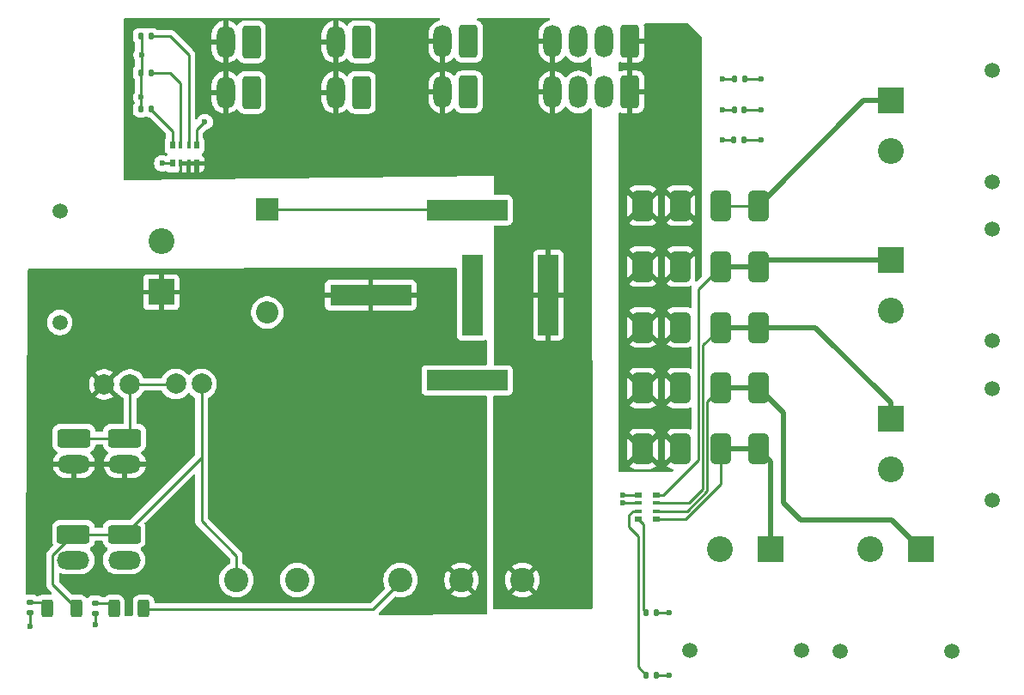
<source format=gtl>
G04 #@! TF.GenerationSoftware,KiCad,Pcbnew,9.0.0*
G04 #@! TF.CreationDate,2025-04-21T23:22:20+01:00*
G04 #@! TF.ProjectId,CapyPower,43617079-506f-4776-9572-2e6b69636164,rev?*
G04 #@! TF.SameCoordinates,Original*
G04 #@! TF.FileFunction,Copper,L1,Top*
G04 #@! TF.FilePolarity,Positive*
%FSLAX46Y46*%
G04 Gerber Fmt 4.6, Leading zero omitted, Abs format (unit mm)*
G04 Created by KiCad (PCBNEW 9.0.0) date 2025-04-21 23:22:20*
%MOMM*%
%LPD*%
G01*
G04 APERTURE LIST*
G04 Aperture macros list*
%AMRoundRect*
0 Rectangle with rounded corners*
0 $1 Rounding radius*
0 $2 $3 $4 $5 $6 $7 $8 $9 X,Y pos of 4 corners*
0 Add a 4 corners polygon primitive as box body*
4,1,4,$2,$3,$4,$5,$6,$7,$8,$9,$2,$3,0*
0 Add four circle primitives for the rounded corners*
1,1,$1+$1,$2,$3*
1,1,$1+$1,$4,$5*
1,1,$1+$1,$6,$7*
1,1,$1+$1,$8,$9*
0 Add four rect primitives between the rounded corners*
20,1,$1+$1,$2,$3,$4,$5,0*
20,1,$1+$1,$4,$5,$6,$7,0*
20,1,$1+$1,$6,$7,$8,$9,0*
20,1,$1+$1,$8,$9,$2,$3,0*%
G04 Aperture macros list end*
G04 #@! TA.AperFunction,ComponentPad*
%ADD10C,2.400000*%
G04 #@! TD*
G04 #@! TA.AperFunction,SMDPad,CuDef*
%ADD11RoundRect,0.147500X0.147500X0.172500X-0.147500X0.172500X-0.147500X-0.172500X0.147500X-0.172500X0*%
G04 #@! TD*
G04 #@! TA.AperFunction,SMDPad,CuDef*
%ADD12R,0.800000X0.500000*%
G04 #@! TD*
G04 #@! TA.AperFunction,SMDPad,CuDef*
%ADD13R,0.800000X0.400000*%
G04 #@! TD*
G04 #@! TA.AperFunction,SMDPad,CuDef*
%ADD14R,0.500000X0.800000*%
G04 #@! TD*
G04 #@! TA.AperFunction,SMDPad,CuDef*
%ADD15R,0.400000X0.800000*%
G04 #@! TD*
G04 #@! TA.AperFunction,ComponentPad*
%ADD16RoundRect,0.250000X0.650000X1.350000X-0.650000X1.350000X-0.650000X-1.350000X0.650000X-1.350000X0*%
G04 #@! TD*
G04 #@! TA.AperFunction,ComponentPad*
%ADD17O,1.800000X3.200000*%
G04 #@! TD*
G04 #@! TA.AperFunction,ComponentPad*
%ADD18R,8.000000X2.000000*%
G04 #@! TD*
G04 #@! TA.AperFunction,ComponentPad*
%ADD19R,2.000000X8.000000*%
G04 #@! TD*
G04 #@! TA.AperFunction,SMDPad,CuDef*
%ADD20RoundRect,0.147500X0.172500X-0.147500X0.172500X0.147500X-0.172500X0.147500X-0.172500X-0.147500X0*%
G04 #@! TD*
G04 #@! TA.AperFunction,ComponentPad*
%ADD21RoundRect,0.393701X0.606299X1.106299X-0.606299X1.106299X-0.606299X-1.106299X0.606299X-1.106299X0*%
G04 #@! TD*
G04 #@! TA.AperFunction,ComponentPad*
%ADD22R,2.200000X2.200000*%
G04 #@! TD*
G04 #@! TA.AperFunction,ComponentPad*
%ADD23O,2.200000X2.200000*%
G04 #@! TD*
G04 #@! TA.AperFunction,SMDPad,CuDef*
%ADD24RoundRect,0.250000X0.312500X0.625000X-0.312500X0.625000X-0.312500X-0.625000X0.312500X-0.625000X0*%
G04 #@! TD*
G04 #@! TA.AperFunction,ComponentPad*
%ADD25C,2.550000*%
G04 #@! TD*
G04 #@! TA.AperFunction,ComponentPad*
%ADD26R,2.550000X2.550000*%
G04 #@! TD*
G04 #@! TA.AperFunction,ComponentPad*
%ADD27C,1.508000*%
G04 #@! TD*
G04 #@! TA.AperFunction,ComponentPad*
%ADD28RoundRect,0.250000X-1.350000X0.650000X-1.350000X-0.650000X1.350000X-0.650000X1.350000X0.650000X0*%
G04 #@! TD*
G04 #@! TA.AperFunction,ComponentPad*
%ADD29O,3.200000X1.800000*%
G04 #@! TD*
G04 #@! TA.AperFunction,SMDPad,CuDef*
%ADD30RoundRect,0.147500X-0.147500X-0.172500X0.147500X-0.172500X0.147500X0.172500X-0.147500X0.172500X0*%
G04 #@! TD*
G04 #@! TA.AperFunction,ComponentPad*
%ADD31C,2.000000*%
G04 #@! TD*
G04 #@! TA.AperFunction,ViaPad*
%ADD32C,0.600000*%
G04 #@! TD*
G04 #@! TA.AperFunction,Conductor*
%ADD33C,0.254000*%
G04 #@! TD*
G04 #@! TA.AperFunction,Conductor*
%ADD34C,0.508000*%
G04 #@! TD*
G04 #@! TA.AperFunction,Conductor*
%ADD35C,0.200000*%
G04 #@! TD*
G04 APERTURE END LIST*
D10*
X78100000Y-99000000D03*
X84100000Y-99000000D03*
D11*
X127215000Y-49600000D03*
X128185000Y-49600000D03*
D12*
X117700000Y-90600000D03*
D13*
X117700000Y-91400000D03*
X117700000Y-92200000D03*
D12*
X117700000Y-93000000D03*
X119500000Y-93000000D03*
D13*
X119500000Y-92200000D03*
X119500000Y-91400000D03*
D12*
X119500000Y-90600000D03*
D14*
X74200000Y-56100000D03*
D15*
X73400000Y-56100000D03*
X72600000Y-56100000D03*
D14*
X71800000Y-56100000D03*
X71800000Y-57900000D03*
D15*
X72600000Y-57900000D03*
X73400000Y-57900000D03*
D14*
X74200000Y-57900000D03*
D16*
X90450000Y-50900000D03*
X90450000Y-45900000D03*
D17*
X87910000Y-50900000D03*
X87910000Y-45900000D03*
D18*
X91350000Y-70900000D03*
X100850000Y-62500000D03*
X100850000Y-79300000D03*
D19*
X101350000Y-70900000D03*
X108850000Y-70900000D03*
D20*
X64200000Y-102285000D03*
X64200000Y-101315000D03*
D21*
X129550000Y-62075000D03*
X125850000Y-62075000D03*
X121850000Y-62075000D03*
X118150000Y-62075000D03*
D22*
X81150000Y-62440000D03*
D23*
X81150000Y-72600000D03*
D21*
X129550000Y-80075000D03*
X125850000Y-80075000D03*
X121850000Y-80075000D03*
X118150000Y-80075000D03*
D11*
X128097500Y-55600000D03*
X127127500Y-55600000D03*
D24*
X62362500Y-101800000D03*
X59437500Y-101800000D03*
D16*
X79600000Y-50900000D03*
X79600000Y-45900000D03*
D17*
X77060000Y-50900000D03*
X77060000Y-45900000D03*
D25*
X70700000Y-65600000D03*
D26*
X70700000Y-70600000D03*
D27*
X60700000Y-62600000D03*
X60700000Y-73600000D03*
D20*
X57800000Y-102185000D03*
X57800000Y-101215000D03*
D28*
X67100000Y-85000000D03*
X62100000Y-85000000D03*
D29*
X67100000Y-87540000D03*
X62100000Y-87540000D03*
D25*
X142605750Y-72400000D03*
D26*
X142605750Y-67400000D03*
D27*
X152605750Y-75400000D03*
X152605750Y-64400000D03*
D11*
X119485000Y-102200000D03*
X118515000Y-102200000D03*
D30*
X68715000Y-45350000D03*
X69685000Y-45350000D03*
D16*
X100990000Y-50850000D03*
X100990000Y-45850000D03*
D17*
X98450000Y-50850000D03*
X98450000Y-45850000D03*
D24*
X68962500Y-101800000D03*
X66037500Y-101800000D03*
D28*
X67050000Y-94490000D03*
X62050000Y-94490000D03*
D29*
X67050000Y-97030000D03*
X62050000Y-97030000D03*
D25*
X125800000Y-95950000D03*
D26*
X130800000Y-95950000D03*
D27*
X122800000Y-105950000D03*
X133800000Y-105950000D03*
D31*
X67620000Y-79700000D03*
X65080000Y-79700000D03*
D10*
X94300000Y-99000000D03*
X100300000Y-99000000D03*
X106300000Y-99000000D03*
D11*
X128147500Y-52600000D03*
X127177500Y-52600000D03*
D30*
X68715000Y-52550000D03*
X69685000Y-52550000D03*
D31*
X74670000Y-79650000D03*
X72130000Y-79650000D03*
D25*
X140600000Y-96000000D03*
D26*
X145600000Y-96000000D03*
D27*
X137600000Y-106000000D03*
X148600000Y-106000000D03*
D30*
X68715000Y-48950000D03*
X69685000Y-48950000D03*
D11*
X119485000Y-108400000D03*
X118515000Y-108400000D03*
D21*
X129550000Y-68075000D03*
X125850000Y-68075000D03*
X121850000Y-68075000D03*
X118150000Y-68075000D03*
D25*
X142600000Y-56700000D03*
D26*
X142600000Y-51700000D03*
D27*
X152600000Y-59700000D03*
X152600000Y-48700000D03*
D25*
X142605750Y-88100000D03*
D26*
X142605750Y-83100000D03*
D27*
X152605750Y-91100000D03*
X152605750Y-80100000D03*
D21*
X129550000Y-74075000D03*
X125850000Y-74075000D03*
X121850000Y-74075000D03*
X118150000Y-74075000D03*
X129550000Y-86075000D03*
X125850000Y-86075000D03*
X121850000Y-86075000D03*
X118150000Y-86075000D03*
D16*
X116900000Y-50850000D03*
X116900000Y-45850000D03*
D17*
X114360000Y-50850000D03*
X114360000Y-45850000D03*
X111820000Y-50850000D03*
X111820000Y-45850000D03*
X109280000Y-50850000D03*
X109280000Y-45850000D03*
D32*
X75000000Y-53800000D03*
X116200000Y-90600000D03*
X116200000Y-91400000D03*
X126000000Y-52600000D03*
X129800000Y-52600000D03*
X129800000Y-49600000D03*
X126000000Y-49600000D03*
X126000000Y-55600000D03*
X70800000Y-57900000D03*
X68715000Y-51350000D03*
X68750000Y-47200000D03*
X120800000Y-108400000D03*
X64200000Y-103400000D03*
X120800000Y-102200000D03*
X57800000Y-103600000D03*
X129800000Y-55600000D03*
D33*
X74200000Y-54600000D02*
X75000000Y-53800000D01*
X74200000Y-56100000D02*
X74200000Y-54600000D01*
X123612000Y-87142000D02*
X123612000Y-70313000D01*
X123612000Y-70313000D02*
X125850000Y-68075000D01*
X120154000Y-90600000D02*
X123612000Y-87142000D01*
X119500000Y-90600000D02*
X120154000Y-90600000D01*
X124067000Y-81591468D02*
X124067000Y-81214533D01*
X124067000Y-84481295D02*
X124067000Y-81591468D01*
X124067000Y-84858229D02*
X124067000Y-84481295D01*
X124067000Y-87291771D02*
X124067000Y-84858229D01*
X124067000Y-87668705D02*
X124067000Y-87291771D01*
X122713064Y-91400000D02*
X124067000Y-90046064D01*
X124067000Y-90046064D02*
X124067000Y-87668705D01*
X119500000Y-91400000D02*
X122713064Y-91400000D01*
X124522000Y-81403000D02*
X125850000Y-80075000D01*
X124522000Y-84669762D02*
X124522000Y-81403000D01*
X124522000Y-87480238D02*
X124522000Y-84669762D01*
X124522000Y-90234532D02*
X124522000Y-87480238D01*
X119500000Y-92200000D02*
X122556532Y-92200000D01*
X122556532Y-92200000D02*
X124522000Y-90234532D01*
X124100000Y-81181532D02*
X124100000Y-75825000D01*
X124100000Y-75825000D02*
X125850000Y-74075000D01*
X124067000Y-81214533D02*
X124067000Y-81214532D01*
X124067000Y-81214533D02*
X124100000Y-81181532D01*
X125850000Y-89550000D02*
X125850000Y-86075000D01*
X122400000Y-93000000D02*
X125850000Y-89550000D01*
X119500000Y-93000000D02*
X122400000Y-93000000D01*
D34*
X129550000Y-74075000D02*
X125850000Y-74075000D01*
X129550000Y-80075000D02*
X125850000Y-80075000D01*
D33*
X116200000Y-90600000D02*
X117700000Y-90600000D01*
X127127500Y-55600000D02*
X126000000Y-55600000D01*
X129800000Y-55600000D02*
X128097500Y-55600000D01*
X117700000Y-91400000D02*
X116200000Y-91400000D01*
X127177500Y-52600000D02*
X126000000Y-52600000D01*
X128147500Y-52600000D02*
X129800000Y-52600000D01*
X129800000Y-49600000D02*
X128185000Y-49600000D01*
X127215000Y-49600000D02*
X126100000Y-49600000D01*
D34*
X142605750Y-81505750D02*
X142605750Y-83100000D01*
X135175000Y-74075000D02*
X142605750Y-81505750D01*
X129550000Y-74075000D02*
X135175000Y-74075000D01*
X142700000Y-93100000D02*
X145600000Y-96000000D01*
X133700000Y-93100000D02*
X142700000Y-93100000D01*
X132000000Y-82525000D02*
X132000000Y-91400000D01*
X132000000Y-91400000D02*
X133700000Y-93100000D01*
X129550000Y-80075000D02*
X132000000Y-82525000D01*
X130225000Y-67400000D02*
X129550000Y-68075000D01*
X142605750Y-67400000D02*
X130225000Y-67400000D01*
X139925000Y-51700000D02*
X129550000Y-62075000D01*
X142600000Y-51700000D02*
X139925000Y-51700000D01*
D33*
X125850000Y-62075000D02*
X129550000Y-62075000D01*
X71800000Y-57900000D02*
X70800000Y-57900000D01*
X73400000Y-47160000D02*
X73400000Y-56100000D01*
X71590000Y-45350000D02*
X73400000Y-47160000D01*
X72600000Y-50010000D02*
X72600000Y-56100000D01*
X71540000Y-48950000D02*
X72600000Y-50010000D01*
X71800000Y-54700000D02*
X71800000Y-56100000D01*
X69685000Y-52585000D02*
X71800000Y-54700000D01*
X69685000Y-52550000D02*
X69685000Y-52585000D01*
X119485000Y-108400000D02*
X120800000Y-108400000D01*
X57800000Y-102185000D02*
X57800000Y-103600000D01*
X68765000Y-45669999D02*
X68765000Y-45350000D01*
X125800000Y-96350000D02*
X125300000Y-96850000D01*
X119485000Y-102200000D02*
X120800000Y-102200000D01*
X68750000Y-45684999D02*
X68765000Y-45669999D01*
X64200000Y-102285000D02*
X64200000Y-103400000D01*
X68750000Y-47200000D02*
X68750000Y-48915000D01*
X68750000Y-47200000D02*
X68750000Y-45684999D01*
X68750000Y-48915000D02*
X68715000Y-48950000D01*
X68715000Y-48950000D02*
X68715000Y-52550000D01*
X125800000Y-95650000D02*
X125800000Y-96350000D01*
X57800000Y-101215000D02*
X58852500Y-101215000D01*
X58852500Y-101215000D02*
X59437500Y-101800000D01*
X65552500Y-101315000D02*
X66037500Y-101800000D01*
X64200000Y-101315000D02*
X65552500Y-101315000D01*
X71590000Y-45350000D02*
X69735000Y-45350000D01*
X69685000Y-48950000D02*
X71540000Y-48950000D01*
D34*
X142600000Y-51700000D02*
X142600000Y-51200000D01*
D33*
X78100000Y-96600000D02*
X78100000Y-99000000D01*
X74670000Y-79650000D02*
X74670000Y-86870000D01*
X81150000Y-62440000D02*
X100790000Y-62440000D01*
X74670000Y-93170000D02*
X78100000Y-96600000D01*
X74670000Y-86870000D02*
X67050000Y-94490000D01*
X62050000Y-94490000D02*
X67050000Y-94490000D01*
X100790000Y-62440000D02*
X100850000Y-62500000D01*
X60000000Y-99437500D02*
X62362500Y-101800000D01*
X62050000Y-94490000D02*
X60000000Y-96540000D01*
X74670000Y-86870000D02*
X74670000Y-93170000D01*
X60000000Y-96540000D02*
X60000000Y-99437500D01*
X69062500Y-101900000D02*
X91600000Y-101900000D01*
X91600000Y-101900000D02*
X94300000Y-99200000D01*
X68962500Y-101800000D02*
X69062500Y-101900000D01*
X67100000Y-85000000D02*
X62100000Y-85000000D01*
D35*
X72080000Y-79700000D02*
X72130000Y-79650000D01*
D33*
X67620000Y-79700000D02*
X67620000Y-84480000D01*
X67620000Y-79700000D02*
X72080000Y-79700000D01*
X67620000Y-84480000D02*
X67100000Y-85000000D01*
D34*
X125850000Y-68075000D02*
X129550000Y-68075000D01*
X125850000Y-86075000D02*
X129550000Y-86075000D01*
X129550000Y-86075000D02*
X130800000Y-87325000D01*
X130800000Y-87325000D02*
X130800000Y-95950000D01*
D33*
X118200000Y-101885000D02*
X118515000Y-102200000D01*
X117700000Y-93000000D02*
X118200000Y-93500000D01*
X118200000Y-93500000D02*
X118200000Y-101885000D01*
X117700000Y-94700000D02*
X117700000Y-107585000D01*
X117700000Y-107585000D02*
X118515000Y-108400000D01*
X116800000Y-92594000D02*
X116800000Y-93800000D01*
X117194000Y-92200000D02*
X116800000Y-92594000D01*
X117700000Y-92200000D02*
X117194000Y-92200000D01*
X116800000Y-93800000D02*
X117700000Y-94700000D01*
G04 #@! TA.AperFunction,Conductor*
G36*
X98127932Y-43569685D02*
G01*
X98173687Y-43622489D01*
X98183631Y-43691647D01*
X98154606Y-43755203D01*
X98099211Y-43791931D01*
X97912589Y-43852567D01*
X97716239Y-43952613D01*
X97537958Y-44082142D01*
X97382142Y-44237958D01*
X97252613Y-44416239D01*
X97152567Y-44612589D01*
X97084473Y-44822164D01*
X97050000Y-45039818D01*
X97050000Y-45600000D01*
X97959252Y-45600000D01*
X97937482Y-45637708D01*
X97900000Y-45777591D01*
X97900000Y-45922409D01*
X97937482Y-46062292D01*
X97959252Y-46100000D01*
X97050000Y-46100000D01*
X97050000Y-46660181D01*
X97084473Y-46877835D01*
X97152567Y-47087410D01*
X97252613Y-47283760D01*
X97382142Y-47462041D01*
X97537958Y-47617857D01*
X97716239Y-47747386D01*
X97912589Y-47847432D01*
X98122163Y-47915526D01*
X98199999Y-47927854D01*
X98200000Y-47927854D01*
X98200000Y-46340747D01*
X98237708Y-46362518D01*
X98377591Y-46400000D01*
X98522409Y-46400000D01*
X98662292Y-46362518D01*
X98700000Y-46340747D01*
X98700000Y-47927854D01*
X98777834Y-47915526D01*
X98777837Y-47915526D01*
X98987410Y-47847432D01*
X99183760Y-47747386D01*
X99362037Y-47617860D01*
X99470046Y-47509851D01*
X99531369Y-47476366D01*
X99601061Y-47481350D01*
X99656995Y-47523221D01*
X99663263Y-47532430D01*
X99747288Y-47668656D01*
X99871344Y-47792712D01*
X100020666Y-47884814D01*
X100187203Y-47939999D01*
X100289991Y-47950500D01*
X101690008Y-47950499D01*
X101792797Y-47939999D01*
X101959334Y-47884814D01*
X102108656Y-47792712D01*
X102232712Y-47668656D01*
X102324814Y-47519334D01*
X102379999Y-47352797D01*
X102390500Y-47250009D01*
X102390499Y-45850000D01*
X102390499Y-44449998D01*
X102390498Y-44449981D01*
X102379999Y-44347203D01*
X102379998Y-44347200D01*
X102356242Y-44275510D01*
X102324814Y-44180666D01*
X102232712Y-44031344D01*
X102108656Y-43907288D01*
X102015888Y-43850069D01*
X101959336Y-43815187D01*
X101959331Y-43815185D01*
X101958278Y-43814836D01*
X101888473Y-43791705D01*
X101831030Y-43751933D01*
X101804207Y-43687417D01*
X101816522Y-43618642D01*
X101864065Y-43567442D01*
X101927479Y-43550000D01*
X108890893Y-43550000D01*
X108957932Y-43569685D01*
X109003687Y-43622489D01*
X109013631Y-43691647D01*
X108984606Y-43755203D01*
X108929211Y-43791931D01*
X108742589Y-43852567D01*
X108546239Y-43952613D01*
X108367958Y-44082142D01*
X108212142Y-44237958D01*
X108082613Y-44416239D01*
X107982567Y-44612589D01*
X107914473Y-44822164D01*
X107880000Y-45039818D01*
X107880000Y-45600000D01*
X108789252Y-45600000D01*
X108767482Y-45637708D01*
X108730000Y-45777591D01*
X108730000Y-45922409D01*
X108767482Y-46062292D01*
X108789252Y-46100000D01*
X107880000Y-46100000D01*
X107880000Y-46660181D01*
X107914473Y-46877835D01*
X107982567Y-47087410D01*
X108082613Y-47283760D01*
X108212142Y-47462041D01*
X108367958Y-47617857D01*
X108546239Y-47747386D01*
X108742589Y-47847432D01*
X108952163Y-47915526D01*
X109029999Y-47927854D01*
X109030000Y-47927854D01*
X109030000Y-46340747D01*
X109067708Y-46362518D01*
X109207591Y-46400000D01*
X109352409Y-46400000D01*
X109492292Y-46362518D01*
X109530000Y-46340747D01*
X109530000Y-47927854D01*
X109607834Y-47915526D01*
X109607837Y-47915526D01*
X109817410Y-47847432D01*
X110013760Y-47747386D01*
X110192041Y-47617857D01*
X110347857Y-47462041D01*
X110347862Y-47462035D01*
X110449372Y-47322319D01*
X110504702Y-47279653D01*
X110574315Y-47273674D01*
X110636110Y-47306279D01*
X110650008Y-47322319D01*
X110751752Y-47462358D01*
X110751756Y-47462363D01*
X110907636Y-47618243D01*
X110907641Y-47618247D01*
X110979514Y-47670465D01*
X111085978Y-47747815D01*
X111183266Y-47797386D01*
X111282393Y-47847895D01*
X111282396Y-47847896D01*
X111387221Y-47881955D01*
X111492049Y-47916015D01*
X111709778Y-47950500D01*
X111709779Y-47950500D01*
X111930221Y-47950500D01*
X111930222Y-47950500D01*
X112147951Y-47916015D01*
X112357606Y-47847895D01*
X112554022Y-47747815D01*
X112732365Y-47618242D01*
X112888242Y-47462365D01*
X112888242Y-47462364D01*
X112891687Y-47458920D01*
X112892878Y-47460111D01*
X112945242Y-47425910D01*
X113015110Y-47425394D01*
X113074165Y-47462734D01*
X113103658Y-47526074D01*
X113105054Y-47544409D01*
X113107874Y-49158457D01*
X113088306Y-49225531D01*
X113035582Y-49271378D01*
X112966441Y-49281443D01*
X112902835Y-49252529D01*
X112889590Y-49239213D01*
X112888242Y-49237635D01*
X112732363Y-49081756D01*
X112732358Y-49081752D01*
X112554025Y-48952187D01*
X112554024Y-48952186D01*
X112554022Y-48952185D01*
X112465908Y-48907288D01*
X112357606Y-48852104D01*
X112357603Y-48852103D01*
X112147952Y-48783985D01*
X111996516Y-48760000D01*
X111930222Y-48749500D01*
X111709778Y-48749500D01*
X111643484Y-48760000D01*
X111492047Y-48783985D01*
X111282396Y-48852103D01*
X111282393Y-48852104D01*
X111085974Y-48952187D01*
X110907641Y-49081752D01*
X110907636Y-49081756D01*
X110751756Y-49237636D01*
X110650008Y-49377681D01*
X110594678Y-49420346D01*
X110525065Y-49426325D01*
X110463270Y-49393719D01*
X110449372Y-49377680D01*
X110347862Y-49237964D01*
X110347857Y-49237958D01*
X110192041Y-49082142D01*
X110013760Y-48952613D01*
X109817410Y-48852567D01*
X109607836Y-48784473D01*
X109530000Y-48772144D01*
X109530000Y-50359252D01*
X109492292Y-50337482D01*
X109352409Y-50300000D01*
X109207591Y-50300000D01*
X109067708Y-50337482D01*
X109030000Y-50359252D01*
X109030000Y-48772144D01*
X108952164Y-48784473D01*
X108952161Y-48784473D01*
X108742589Y-48852567D01*
X108546239Y-48952613D01*
X108367958Y-49082142D01*
X108212142Y-49237958D01*
X108082613Y-49416239D01*
X107982567Y-49612589D01*
X107914473Y-49822164D01*
X107880000Y-50039818D01*
X107880000Y-50600000D01*
X108789252Y-50600000D01*
X108767482Y-50637708D01*
X108730000Y-50777591D01*
X108730000Y-50922409D01*
X108767482Y-51062292D01*
X108789252Y-51100000D01*
X107880000Y-51100000D01*
X107880000Y-51660181D01*
X107914473Y-51877835D01*
X107982567Y-52087410D01*
X108082613Y-52283760D01*
X108212142Y-52462041D01*
X108367958Y-52617857D01*
X108546239Y-52747386D01*
X108742589Y-52847432D01*
X108952163Y-52915526D01*
X109029999Y-52927854D01*
X109030000Y-52927854D01*
X109030000Y-51340747D01*
X109067708Y-51362518D01*
X109207591Y-51400000D01*
X109352409Y-51400000D01*
X109492292Y-51362518D01*
X109530000Y-51340747D01*
X109530000Y-52927854D01*
X109607834Y-52915526D01*
X109607837Y-52915526D01*
X109817410Y-52847432D01*
X110013760Y-52747386D01*
X110192041Y-52617857D01*
X110347857Y-52462041D01*
X110347862Y-52462035D01*
X110449372Y-52322319D01*
X110504702Y-52279653D01*
X110574315Y-52273674D01*
X110636110Y-52306279D01*
X110650008Y-52322319D01*
X110751752Y-52462358D01*
X110751756Y-52462363D01*
X110907636Y-52618243D01*
X110907641Y-52618247D01*
X111045844Y-52718656D01*
X111085978Y-52747815D01*
X111183266Y-52797386D01*
X111282393Y-52847895D01*
X111282396Y-52847896D01*
X111387221Y-52881955D01*
X111492049Y-52916015D01*
X111709778Y-52950500D01*
X111709779Y-52950500D01*
X111930221Y-52950500D01*
X111930222Y-52950500D01*
X112147951Y-52916015D01*
X112357606Y-52847895D01*
X112554022Y-52747815D01*
X112732365Y-52618242D01*
X112888242Y-52462365D01*
X112889444Y-52460710D01*
X112890064Y-52460232D01*
X112891414Y-52458652D01*
X112891745Y-52458935D01*
X112944767Y-52418040D01*
X113014380Y-52412053D01*
X113076179Y-52444652D01*
X113110543Y-52505486D01*
X113113769Y-52533369D01*
X113199783Y-101775783D01*
X113180215Y-101842857D01*
X113127491Y-101888704D01*
X113075783Y-101900000D01*
X103530355Y-101900000D01*
X103463316Y-101880315D01*
X103417561Y-101827511D01*
X103406355Y-101775721D01*
X103409639Y-100317724D01*
X103411858Y-99332354D01*
X103412858Y-98888575D01*
X104600000Y-98888575D01*
X104600000Y-99111424D01*
X104629085Y-99332354D01*
X104629088Y-99332367D01*
X104686763Y-99547618D01*
X104772045Y-99753502D01*
X104772054Y-99753520D01*
X104883464Y-99946491D01*
X104883473Y-99946504D01*
X104934040Y-100012403D01*
X104934043Y-100012403D01*
X105622421Y-99324024D01*
X105635359Y-99355258D01*
X105717437Y-99478097D01*
X105821903Y-99582563D01*
X105944742Y-99664641D01*
X105975974Y-99677577D01*
X105287595Y-100365955D01*
X105287595Y-100365956D01*
X105353507Y-100416533D01*
X105546485Y-100527949D01*
X105546497Y-100527954D01*
X105752381Y-100613236D01*
X105967632Y-100670911D01*
X105967645Y-100670914D01*
X106188575Y-100700000D01*
X106411425Y-100700000D01*
X106632354Y-100670914D01*
X106632367Y-100670911D01*
X106847618Y-100613236D01*
X107053502Y-100527954D01*
X107053514Y-100527949D01*
X107246498Y-100416530D01*
X107312403Y-100365957D01*
X107312404Y-100365956D01*
X106624025Y-99677578D01*
X106655258Y-99664641D01*
X106778097Y-99582563D01*
X106882563Y-99478097D01*
X106964641Y-99355258D01*
X106977578Y-99324025D01*
X107665956Y-100012404D01*
X107665957Y-100012403D01*
X107716530Y-99946498D01*
X107827949Y-99753514D01*
X107827954Y-99753502D01*
X107913236Y-99547618D01*
X107970911Y-99332367D01*
X107970914Y-99332354D01*
X108000000Y-99111424D01*
X108000000Y-98888575D01*
X107970914Y-98667645D01*
X107970911Y-98667632D01*
X107913236Y-98452381D01*
X107827954Y-98246497D01*
X107827949Y-98246485D01*
X107716533Y-98053507D01*
X107665956Y-97987595D01*
X107665955Y-97987595D01*
X106977577Y-98675973D01*
X106964641Y-98644742D01*
X106882563Y-98521903D01*
X106778097Y-98417437D01*
X106655258Y-98335359D01*
X106624024Y-98322421D01*
X107312403Y-97634043D01*
X107312403Y-97634040D01*
X107246504Y-97583473D01*
X107246491Y-97583464D01*
X107053520Y-97472054D01*
X107053502Y-97472045D01*
X106847618Y-97386763D01*
X106632367Y-97329088D01*
X106632354Y-97329085D01*
X106411425Y-97300000D01*
X106188575Y-97300000D01*
X105967645Y-97329085D01*
X105967632Y-97329088D01*
X105752381Y-97386763D01*
X105546497Y-97472045D01*
X105546479Y-97472054D01*
X105353511Y-97583462D01*
X105287595Y-97634042D01*
X105975975Y-98322421D01*
X105944742Y-98335359D01*
X105821903Y-98417437D01*
X105717437Y-98521903D01*
X105635359Y-98644742D01*
X105622421Y-98675974D01*
X104934042Y-97987595D01*
X104883462Y-98053511D01*
X104772054Y-98246479D01*
X104772045Y-98246497D01*
X104686763Y-98452381D01*
X104629088Y-98667632D01*
X104629085Y-98667645D01*
X104600000Y-98888575D01*
X103412858Y-98888575D01*
X103453318Y-80924216D01*
X103473153Y-80857225D01*
X103526060Y-80811589D01*
X103577316Y-80800499D01*
X104897872Y-80800499D01*
X104957483Y-80794091D01*
X105092331Y-80743796D01*
X105207546Y-80657546D01*
X105293796Y-80542331D01*
X105344091Y-80407483D01*
X105350500Y-80347873D01*
X105350499Y-78252128D01*
X105344091Y-78192517D01*
X105293796Y-78057669D01*
X105293795Y-78057668D01*
X105293793Y-78057664D01*
X105207547Y-77942455D01*
X105207544Y-77942452D01*
X105092335Y-77856206D01*
X105092328Y-77856202D01*
X104957482Y-77805908D01*
X104957483Y-77805908D01*
X104897883Y-77799501D01*
X104897881Y-77799500D01*
X104897873Y-77799500D01*
X104897865Y-77799500D01*
X103584635Y-77799500D01*
X103517596Y-77779815D01*
X103471841Y-77727011D01*
X103460635Y-77675224D01*
X103485012Y-66852155D01*
X107350000Y-66852155D01*
X107350000Y-70650000D01*
X108100000Y-70650000D01*
X108100000Y-71150000D01*
X107350000Y-71150000D01*
X107350000Y-74947844D01*
X107356401Y-75007372D01*
X107356403Y-75007379D01*
X107406645Y-75142086D01*
X107406649Y-75142093D01*
X107492809Y-75257187D01*
X107492812Y-75257190D01*
X107607906Y-75343350D01*
X107607913Y-75343354D01*
X107742620Y-75393596D01*
X107742627Y-75393598D01*
X107802155Y-75399999D01*
X107802172Y-75400000D01*
X108600000Y-75400000D01*
X108600000Y-74608240D01*
X108631233Y-74621178D01*
X108776131Y-74650000D01*
X108923869Y-74650000D01*
X109068767Y-74621178D01*
X109100000Y-74608240D01*
X109100000Y-75400000D01*
X109897828Y-75400000D01*
X109897844Y-75399999D01*
X109957372Y-75393598D01*
X109957379Y-75393596D01*
X110092086Y-75343354D01*
X110092093Y-75343350D01*
X110207187Y-75257190D01*
X110207190Y-75257187D01*
X110293350Y-75142093D01*
X110293354Y-75142086D01*
X110343596Y-75007379D01*
X110343598Y-75007372D01*
X110349999Y-74947844D01*
X110350000Y-74947827D01*
X110350000Y-71150000D01*
X109600000Y-71150000D01*
X109600000Y-70650000D01*
X110350000Y-70650000D01*
X110350000Y-66852172D01*
X110349999Y-66852155D01*
X110343598Y-66792627D01*
X110343596Y-66792620D01*
X110293354Y-66657913D01*
X110293350Y-66657906D01*
X110207190Y-66542812D01*
X110207187Y-66542809D01*
X110092093Y-66456649D01*
X110092086Y-66456645D01*
X109957379Y-66406403D01*
X109957372Y-66406401D01*
X109897844Y-66400000D01*
X109100000Y-66400000D01*
X109100000Y-67191759D01*
X109068767Y-67178822D01*
X108923869Y-67150000D01*
X108776131Y-67150000D01*
X108631233Y-67178822D01*
X108600000Y-67191759D01*
X108600000Y-66400000D01*
X107802155Y-66400000D01*
X107742627Y-66406401D01*
X107742620Y-66406403D01*
X107607913Y-66456645D01*
X107607906Y-66456649D01*
X107492812Y-66542809D01*
X107492809Y-66542812D01*
X107406649Y-66657906D01*
X107406645Y-66657913D01*
X107356403Y-66792620D01*
X107356401Y-66792627D01*
X107350000Y-66852155D01*
X103485012Y-66852155D01*
X103491156Y-64124215D01*
X103510991Y-64057225D01*
X103563898Y-64011589D01*
X103615154Y-64000499D01*
X104897872Y-64000499D01*
X104957483Y-63994091D01*
X105092331Y-63943796D01*
X105207546Y-63857546D01*
X105293796Y-63742331D01*
X105344091Y-63607483D01*
X105350500Y-63547873D01*
X105350499Y-61452128D01*
X105344091Y-61392517D01*
X105306648Y-61292128D01*
X105293797Y-61257671D01*
X105293793Y-61257664D01*
X105207547Y-61142455D01*
X105207544Y-61142452D01*
X105092335Y-61056206D01*
X105092328Y-61056202D01*
X104957482Y-61005908D01*
X104957483Y-61005908D01*
X104897883Y-60999501D01*
X104897881Y-60999500D01*
X104897873Y-60999500D01*
X104897865Y-60999500D01*
X103622473Y-60999500D01*
X103555434Y-60979815D01*
X103509679Y-60927011D01*
X103498473Y-60875224D01*
X103502446Y-59111601D01*
X67125442Y-59534589D01*
X67058178Y-59515685D01*
X67011812Y-59463416D01*
X67000000Y-59410597D01*
X67000000Y-51271153D01*
X67914500Y-51271153D01*
X67914500Y-51428846D01*
X67945261Y-51583489D01*
X67945264Y-51583501D01*
X68005603Y-51729174D01*
X68005604Y-51729175D01*
X68005606Y-51729179D01*
X68038272Y-51778066D01*
X68066602Y-51820465D01*
X68072252Y-51838511D01*
X68082477Y-51854421D01*
X68086928Y-51885380D01*
X68087480Y-51887142D01*
X68087500Y-51889356D01*
X68087500Y-51889727D01*
X68067815Y-51956766D01*
X68052582Y-51975668D01*
X68051408Y-51977182D01*
X67968068Y-52118104D01*
X67968066Y-52118107D01*
X67922391Y-52275320D01*
X67922390Y-52275326D01*
X67919500Y-52312052D01*
X67919500Y-52787947D01*
X67922390Y-52824673D01*
X67922391Y-52824679D01*
X67968066Y-52981892D01*
X67968068Y-52981895D01*
X67968069Y-52981897D01*
X67978479Y-52999500D01*
X68051408Y-53122817D01*
X68051414Y-53122825D01*
X68167174Y-53238585D01*
X68167178Y-53238588D01*
X68167180Y-53238590D01*
X68308103Y-53321931D01*
X68308104Y-53321931D01*
X68308107Y-53321933D01*
X68465320Y-53367608D01*
X68465323Y-53367608D01*
X68465325Y-53367609D01*
X68502060Y-53370500D01*
X68502068Y-53370500D01*
X68927932Y-53370500D01*
X68927940Y-53370500D01*
X68964675Y-53367609D01*
X68964677Y-53367608D01*
X68964679Y-53367608D01*
X69121892Y-53321933D01*
X69121892Y-53321932D01*
X69121897Y-53321931D01*
X69136879Y-53313070D01*
X69204601Y-53295887D01*
X69263120Y-53313070D01*
X69278103Y-53321931D01*
X69278105Y-53321931D01*
X69278106Y-53321932D01*
X69278107Y-53321933D01*
X69435320Y-53367608D01*
X69435323Y-53367608D01*
X69435325Y-53367609D01*
X69472060Y-53370500D01*
X69531719Y-53370500D01*
X69598758Y-53390185D01*
X69619400Y-53406819D01*
X71136181Y-54923600D01*
X71169666Y-54984923D01*
X71172500Y-55011281D01*
X71172500Y-55327837D01*
X71152815Y-55394876D01*
X71147767Y-55402148D01*
X71106204Y-55457669D01*
X71106202Y-55457671D01*
X71055908Y-55592517D01*
X71049501Y-55652116D01*
X71049501Y-55652123D01*
X71049500Y-55652135D01*
X71049500Y-56547870D01*
X71049501Y-56547876D01*
X71055908Y-56607483D01*
X71106202Y-56742328D01*
X71106206Y-56742335D01*
X71192452Y-56857544D01*
X71192453Y-56857544D01*
X71192454Y-56857546D01*
X71221615Y-56879376D01*
X71250145Y-56900734D01*
X71265979Y-56921887D01*
X71284664Y-56940571D01*
X71286589Y-56949419D01*
X71292015Y-56956668D01*
X71293899Y-56983024D01*
X71299517Y-57008844D01*
X71296353Y-57017327D01*
X71296999Y-57026360D01*
X71284333Y-57049554D01*
X71275101Y-57074309D01*
X71265660Y-57083749D01*
X71263513Y-57087683D01*
X71250145Y-57099266D01*
X71202843Y-57134677D01*
X71137379Y-57159095D01*
X71081079Y-57149972D01*
X71033498Y-57130263D01*
X71033488Y-57130260D01*
X70878845Y-57099500D01*
X70878842Y-57099500D01*
X70721158Y-57099500D01*
X70721155Y-57099500D01*
X70566510Y-57130261D01*
X70566498Y-57130264D01*
X70420827Y-57190602D01*
X70420814Y-57190609D01*
X70289711Y-57278210D01*
X70289707Y-57278213D01*
X70178213Y-57389707D01*
X70178210Y-57389711D01*
X70090609Y-57520814D01*
X70090602Y-57520827D01*
X70030264Y-57666498D01*
X70030261Y-57666510D01*
X69999500Y-57821153D01*
X69999500Y-57978846D01*
X70030261Y-58133489D01*
X70030264Y-58133501D01*
X70090602Y-58279172D01*
X70090609Y-58279185D01*
X70178210Y-58410288D01*
X70178213Y-58410292D01*
X70289707Y-58521786D01*
X70289711Y-58521789D01*
X70420814Y-58609390D01*
X70420827Y-58609397D01*
X70537071Y-58657546D01*
X70566503Y-58669737D01*
X70721153Y-58700499D01*
X70721156Y-58700500D01*
X70721158Y-58700500D01*
X70878844Y-58700500D01*
X70878845Y-58700499D01*
X71033497Y-58669737D01*
X71081079Y-58650027D01*
X71150546Y-58642559D01*
X71202841Y-58665322D01*
X71307073Y-58743350D01*
X71307668Y-58743795D01*
X71307671Y-58743797D01*
X71352618Y-58760561D01*
X71442517Y-58794091D01*
X71502127Y-58800500D01*
X72097872Y-58800499D01*
X72157483Y-58794091D01*
X72182380Y-58784804D01*
X72252070Y-58779819D01*
X72269049Y-58784805D01*
X72292619Y-58793596D01*
X72292627Y-58793598D01*
X72352155Y-58799999D01*
X72352172Y-58800000D01*
X72400000Y-58800000D01*
X72800000Y-58800000D01*
X72847828Y-58800000D01*
X72847844Y-58799999D01*
X72907377Y-58793597D01*
X72907378Y-58793597D01*
X72956665Y-58775214D01*
X73026356Y-58770228D01*
X73043335Y-58775214D01*
X73092621Y-58793597D01*
X73152155Y-58799999D01*
X73152172Y-58800000D01*
X73200000Y-58800000D01*
X73600000Y-58800000D01*
X73647828Y-58800000D01*
X73647844Y-58799999D01*
X73707372Y-58793598D01*
X73707375Y-58793597D01*
X73731665Y-58784538D01*
X73801356Y-58779552D01*
X73818335Y-58784538D01*
X73842624Y-58793597D01*
X73842627Y-58793598D01*
X73902155Y-58799999D01*
X73902172Y-58800000D01*
X73950000Y-58800000D01*
X74450000Y-58800000D01*
X74497828Y-58800000D01*
X74497844Y-58799999D01*
X74557372Y-58793598D01*
X74557379Y-58793596D01*
X74692086Y-58743354D01*
X74692093Y-58743350D01*
X74807187Y-58657190D01*
X74807190Y-58657187D01*
X74893350Y-58542093D01*
X74893354Y-58542086D01*
X74943596Y-58407379D01*
X74943598Y-58407372D01*
X74949999Y-58347844D01*
X74950000Y-58347827D01*
X74950000Y-58150000D01*
X74450000Y-58150000D01*
X74450000Y-58800000D01*
X73950000Y-58800000D01*
X73950000Y-58150000D01*
X73600000Y-58150000D01*
X73600000Y-58800000D01*
X73200000Y-58800000D01*
X73200000Y-58100000D01*
X72800000Y-58100000D01*
X72800000Y-58800000D01*
X72400000Y-58800000D01*
X72400000Y-58708897D01*
X72419685Y-58641858D01*
X72424726Y-58634596D01*
X72493796Y-58542331D01*
X72544091Y-58407483D01*
X72550500Y-58347873D01*
X72550499Y-58000859D01*
X72570184Y-57933823D01*
X72586819Y-57913180D01*
X72600000Y-57899999D01*
X72600000Y-57824000D01*
X72619685Y-57756961D01*
X72672489Y-57711206D01*
X72724000Y-57700000D01*
X73320000Y-57700000D01*
X73333681Y-57686319D01*
X73395004Y-57652834D01*
X73421362Y-57650000D01*
X74950000Y-57650000D01*
X74950000Y-57452172D01*
X74949999Y-57452155D01*
X74943598Y-57392627D01*
X74943596Y-57392620D01*
X74893354Y-57257913D01*
X74893350Y-57257906D01*
X74807190Y-57142812D01*
X74807187Y-57142809D01*
X74749438Y-57099578D01*
X74707567Y-57043645D01*
X74702583Y-56973953D01*
X74736069Y-56912630D01*
X74749432Y-56901049D01*
X74807546Y-56857546D01*
X74893796Y-56742331D01*
X74944091Y-56607483D01*
X74950500Y-56547873D01*
X74950499Y-55652128D01*
X74944091Y-55592517D01*
X74893796Y-55457669D01*
X74852233Y-55402148D01*
X74827816Y-55336684D01*
X74827500Y-55327837D01*
X74827500Y-54911280D01*
X74847185Y-54844241D01*
X74863815Y-54823603D01*
X75062328Y-54625089D01*
X75123649Y-54591606D01*
X75125648Y-54591189D01*
X75233497Y-54569737D01*
X75379179Y-54509394D01*
X75510289Y-54421789D01*
X75621789Y-54310289D01*
X75709394Y-54179179D01*
X75769737Y-54033497D01*
X75800500Y-53878842D01*
X75800500Y-53721158D01*
X75800500Y-53721155D01*
X75800499Y-53721153D01*
X75769738Y-53566510D01*
X75769737Y-53566503D01*
X75737274Y-53488130D01*
X75709397Y-53420827D01*
X75709390Y-53420814D01*
X75621789Y-53289711D01*
X75621786Y-53289707D01*
X75510292Y-53178213D01*
X75510288Y-53178210D01*
X75379185Y-53090609D01*
X75379172Y-53090602D01*
X75233501Y-53030264D01*
X75233489Y-53030261D01*
X75078845Y-52999500D01*
X75078842Y-52999500D01*
X74921158Y-52999500D01*
X74921155Y-52999500D01*
X74766510Y-53030261D01*
X74766498Y-53030264D01*
X74620827Y-53090602D01*
X74620814Y-53090609D01*
X74489711Y-53178210D01*
X74489707Y-53178213D01*
X74378213Y-53289707D01*
X74378210Y-53289711D01*
X74290609Y-53420814D01*
X74290602Y-53420827D01*
X74266061Y-53480077D01*
X74222220Y-53534481D01*
X74155926Y-53556546D01*
X74088227Y-53539267D01*
X74040616Y-53488130D01*
X74027500Y-53432625D01*
X74027500Y-50089818D01*
X75660000Y-50089818D01*
X75660000Y-50650000D01*
X76569252Y-50650000D01*
X76547482Y-50687708D01*
X76510000Y-50827591D01*
X76510000Y-50972409D01*
X76547482Y-51112292D01*
X76569252Y-51150000D01*
X75660000Y-51150000D01*
X75660000Y-51710181D01*
X75694473Y-51927835D01*
X75762567Y-52137410D01*
X75862613Y-52333760D01*
X75992142Y-52512041D01*
X76147958Y-52667857D01*
X76326239Y-52797386D01*
X76522589Y-52897432D01*
X76732163Y-52965526D01*
X76809999Y-52977854D01*
X76810000Y-52977854D01*
X76810000Y-51390747D01*
X76847708Y-51412518D01*
X76987591Y-51450000D01*
X77132409Y-51450000D01*
X77272292Y-51412518D01*
X77310000Y-51390747D01*
X77310000Y-52977854D01*
X77387834Y-52965526D01*
X77387837Y-52965526D01*
X77597410Y-52897432D01*
X77793760Y-52797386D01*
X77972037Y-52667860D01*
X78080046Y-52559851D01*
X78141369Y-52526366D01*
X78211061Y-52531350D01*
X78266995Y-52573221D01*
X78273263Y-52582430D01*
X78357288Y-52718656D01*
X78481344Y-52842712D01*
X78630666Y-52934814D01*
X78797203Y-52989999D01*
X78899991Y-53000500D01*
X80300008Y-53000499D01*
X80402797Y-52989999D01*
X80569334Y-52934814D01*
X80718656Y-52842712D01*
X80842712Y-52718656D01*
X80934814Y-52569334D01*
X80989999Y-52402797D01*
X81000500Y-52300009D01*
X81000499Y-50089818D01*
X86510000Y-50089818D01*
X86510000Y-50650000D01*
X87419252Y-50650000D01*
X87397482Y-50687708D01*
X87360000Y-50827591D01*
X87360000Y-50972409D01*
X87397482Y-51112292D01*
X87419252Y-51150000D01*
X86510000Y-51150000D01*
X86510000Y-51710181D01*
X86544473Y-51927835D01*
X86612567Y-52137410D01*
X86712613Y-52333760D01*
X86842142Y-52512041D01*
X86997958Y-52667857D01*
X87176239Y-52797386D01*
X87372589Y-52897432D01*
X87582163Y-52965526D01*
X87659999Y-52977854D01*
X87660000Y-52977854D01*
X87660000Y-51390747D01*
X87697708Y-51412518D01*
X87837591Y-51450000D01*
X87982409Y-51450000D01*
X88122292Y-51412518D01*
X88160000Y-51390747D01*
X88160000Y-52977854D01*
X88237834Y-52965526D01*
X88237837Y-52965526D01*
X88447410Y-52897432D01*
X88643760Y-52797386D01*
X88822037Y-52667860D01*
X88930046Y-52559851D01*
X88991369Y-52526366D01*
X89061061Y-52531350D01*
X89116995Y-52573221D01*
X89123263Y-52582430D01*
X89207288Y-52718656D01*
X89331344Y-52842712D01*
X89480666Y-52934814D01*
X89647203Y-52989999D01*
X89749991Y-53000500D01*
X91150008Y-53000499D01*
X91252797Y-52989999D01*
X91419334Y-52934814D01*
X91568656Y-52842712D01*
X91692712Y-52718656D01*
X91784814Y-52569334D01*
X91839999Y-52402797D01*
X91850500Y-52300009D01*
X91850499Y-50039818D01*
X97050000Y-50039818D01*
X97050000Y-50600000D01*
X97959252Y-50600000D01*
X97937482Y-50637708D01*
X97900000Y-50777591D01*
X97900000Y-50922409D01*
X97937482Y-51062292D01*
X97959252Y-51100000D01*
X97050000Y-51100000D01*
X97050000Y-51660181D01*
X97084473Y-51877835D01*
X97152567Y-52087410D01*
X97252613Y-52283760D01*
X97382142Y-52462041D01*
X97537958Y-52617857D01*
X97716239Y-52747386D01*
X97912589Y-52847432D01*
X98122163Y-52915526D01*
X98199999Y-52927854D01*
X98200000Y-52927854D01*
X98200000Y-51340747D01*
X98237708Y-51362518D01*
X98377591Y-51400000D01*
X98522409Y-51400000D01*
X98662292Y-51362518D01*
X98700000Y-51340747D01*
X98700000Y-52927854D01*
X98777834Y-52915526D01*
X98777837Y-52915526D01*
X98987410Y-52847432D01*
X99183760Y-52747386D01*
X99362037Y-52617860D01*
X99470046Y-52509851D01*
X99531369Y-52476366D01*
X99601061Y-52481350D01*
X99656995Y-52523221D01*
X99663263Y-52532430D01*
X99747288Y-52668656D01*
X99871344Y-52792712D01*
X100020666Y-52884814D01*
X100187203Y-52939999D01*
X100289991Y-52950500D01*
X101690008Y-52950499D01*
X101792797Y-52939999D01*
X101959334Y-52884814D01*
X102108656Y-52792712D01*
X102232712Y-52668656D01*
X102324814Y-52519334D01*
X102379999Y-52352797D01*
X102390500Y-52250009D01*
X102390499Y-49449992D01*
X102387024Y-49415978D01*
X102379999Y-49347203D01*
X102379998Y-49347200D01*
X102354873Y-49271378D01*
X102324814Y-49180666D01*
X102232712Y-49031344D01*
X102108656Y-48907288D01*
X102015888Y-48850069D01*
X101959336Y-48815187D01*
X101959331Y-48815185D01*
X101943684Y-48810000D01*
X101792797Y-48760001D01*
X101792795Y-48760000D01*
X101690010Y-48749500D01*
X100289998Y-48749500D01*
X100289981Y-48749501D01*
X100187203Y-48760000D01*
X100187200Y-48760001D01*
X100020668Y-48815185D01*
X100020663Y-48815187D01*
X99871342Y-48907289D01*
X99747289Y-49031342D01*
X99663267Y-49167564D01*
X99611319Y-49214288D01*
X99542356Y-49225510D01*
X99478274Y-49197667D01*
X99470047Y-49190148D01*
X99362041Y-49082142D01*
X99183760Y-48952613D01*
X98987410Y-48852567D01*
X98777836Y-48784473D01*
X98700000Y-48772144D01*
X98700000Y-50359252D01*
X98662292Y-50337482D01*
X98522409Y-50300000D01*
X98377591Y-50300000D01*
X98237708Y-50337482D01*
X98200000Y-50359252D01*
X98200000Y-48772144D01*
X98122164Y-48784473D01*
X98122161Y-48784473D01*
X97912589Y-48852567D01*
X97716239Y-48952613D01*
X97537958Y-49082142D01*
X97382142Y-49237958D01*
X97252613Y-49416239D01*
X97152567Y-49612589D01*
X97084473Y-49822164D01*
X97050000Y-50039818D01*
X91850499Y-50039818D01*
X91850499Y-49499992D01*
X91845391Y-49449992D01*
X91839999Y-49397203D01*
X91839998Y-49397200D01*
X91784814Y-49230666D01*
X91692712Y-49081344D01*
X91568656Y-48957288D01*
X91419334Y-48865186D01*
X91252797Y-48810001D01*
X91252795Y-48810000D01*
X91150010Y-48799500D01*
X89749998Y-48799500D01*
X89749981Y-48799501D01*
X89647203Y-48810000D01*
X89647200Y-48810001D01*
X89480668Y-48865185D01*
X89480663Y-48865187D01*
X89331342Y-48957289D01*
X89207289Y-49081342D01*
X89123267Y-49217564D01*
X89071319Y-49264288D01*
X89002356Y-49275510D01*
X88938274Y-49247667D01*
X88930047Y-49240148D01*
X88822041Y-49132142D01*
X88643760Y-49002613D01*
X88447410Y-48902567D01*
X88237836Y-48834473D01*
X88160000Y-48822144D01*
X88160000Y-50409252D01*
X88122292Y-50387482D01*
X87982409Y-50350000D01*
X87837591Y-50350000D01*
X87697708Y-50387482D01*
X87660000Y-50409252D01*
X87660000Y-48822144D01*
X87582164Y-48834473D01*
X87582161Y-48834473D01*
X87372589Y-48902567D01*
X87176239Y-49002613D01*
X86997958Y-49132142D01*
X86842142Y-49287958D01*
X86712613Y-49466239D01*
X86612567Y-49662589D01*
X86544473Y-49872164D01*
X86510000Y-50089818D01*
X81000499Y-50089818D01*
X81000499Y-49499992D01*
X80995391Y-49449992D01*
X80989999Y-49397203D01*
X80989998Y-49397200D01*
X80934814Y-49230666D01*
X80842712Y-49081344D01*
X80718656Y-48957288D01*
X80569334Y-48865186D01*
X80402797Y-48810001D01*
X80402795Y-48810000D01*
X80300010Y-48799500D01*
X78899998Y-48799500D01*
X78899981Y-48799501D01*
X78797203Y-48810000D01*
X78797200Y-48810001D01*
X78630668Y-48865185D01*
X78630663Y-48865187D01*
X78481342Y-48957289D01*
X78357289Y-49081342D01*
X78273267Y-49217564D01*
X78221319Y-49264288D01*
X78152356Y-49275510D01*
X78088274Y-49247667D01*
X78080047Y-49240148D01*
X77972041Y-49132142D01*
X77793760Y-49002613D01*
X77597410Y-48902567D01*
X77387836Y-48834473D01*
X77310000Y-48822144D01*
X77310000Y-50409252D01*
X77272292Y-50387482D01*
X77132409Y-50350000D01*
X76987591Y-50350000D01*
X76847708Y-50387482D01*
X76810000Y-50409252D01*
X76810000Y-48822144D01*
X76732164Y-48834473D01*
X76732161Y-48834473D01*
X76522589Y-48902567D01*
X76326239Y-49002613D01*
X76147958Y-49132142D01*
X75992142Y-49287958D01*
X75862613Y-49466239D01*
X75762567Y-49662589D01*
X75694473Y-49872164D01*
X75660000Y-50089818D01*
X74027500Y-50089818D01*
X74027500Y-47098196D01*
X74027499Y-47098195D01*
X74011342Y-47016965D01*
X74003386Y-46976966D01*
X73957059Y-46865124D01*
X73956403Y-46863245D01*
X73887414Y-46759996D01*
X73887413Y-46759994D01*
X73855100Y-46727681D01*
X73800008Y-46672589D01*
X72815127Y-45687708D01*
X72300047Y-45172627D01*
X72217238Y-45089818D01*
X75660000Y-45089818D01*
X75660000Y-45650000D01*
X76569252Y-45650000D01*
X76547482Y-45687708D01*
X76510000Y-45827591D01*
X76510000Y-45972409D01*
X76547482Y-46112292D01*
X76569252Y-46150000D01*
X75660000Y-46150000D01*
X75660000Y-46710181D01*
X75694473Y-46927835D01*
X75762567Y-47137410D01*
X75862613Y-47333760D01*
X75992142Y-47512041D01*
X76147958Y-47667857D01*
X76326239Y-47797386D01*
X76522589Y-47897432D01*
X76732163Y-47965526D01*
X76809999Y-47977854D01*
X76810000Y-47977854D01*
X76810000Y-46390747D01*
X76847708Y-46412518D01*
X76987591Y-46450000D01*
X77132409Y-46450000D01*
X77272292Y-46412518D01*
X77310000Y-46390747D01*
X77310000Y-47977854D01*
X77387834Y-47965526D01*
X77387837Y-47965526D01*
X77597410Y-47897432D01*
X77793760Y-47797386D01*
X77972037Y-47667860D01*
X78080046Y-47559851D01*
X78141369Y-47526366D01*
X78211061Y-47531350D01*
X78266995Y-47573221D01*
X78273263Y-47582430D01*
X78357288Y-47718656D01*
X78481344Y-47842712D01*
X78630666Y-47934814D01*
X78797203Y-47989999D01*
X78899991Y-48000500D01*
X80300008Y-48000499D01*
X80402797Y-47989999D01*
X80569334Y-47934814D01*
X80718656Y-47842712D01*
X80842712Y-47718656D01*
X80934814Y-47569334D01*
X80989999Y-47402797D01*
X81000500Y-47300009D01*
X81000499Y-45089818D01*
X86510000Y-45089818D01*
X86510000Y-45650000D01*
X87419252Y-45650000D01*
X87397482Y-45687708D01*
X87360000Y-45827591D01*
X87360000Y-45972409D01*
X87397482Y-46112292D01*
X87419252Y-46150000D01*
X86510000Y-46150000D01*
X86510000Y-46710181D01*
X86544473Y-46927835D01*
X86612567Y-47137410D01*
X86712613Y-47333760D01*
X86842142Y-47512041D01*
X86997958Y-47667857D01*
X87176239Y-47797386D01*
X87372589Y-47897432D01*
X87582163Y-47965526D01*
X87659999Y-47977854D01*
X87660000Y-47977854D01*
X87660000Y-46390747D01*
X87697708Y-46412518D01*
X87837591Y-46450000D01*
X87982409Y-46450000D01*
X88122292Y-46412518D01*
X88160000Y-46390747D01*
X88160000Y-47977854D01*
X88237834Y-47965526D01*
X88237837Y-47965526D01*
X88447410Y-47897432D01*
X88643760Y-47797386D01*
X88822037Y-47667860D01*
X88930046Y-47559851D01*
X88991369Y-47526366D01*
X89061061Y-47531350D01*
X89116995Y-47573221D01*
X89123263Y-47582430D01*
X89207288Y-47718656D01*
X89331344Y-47842712D01*
X89480666Y-47934814D01*
X89647203Y-47989999D01*
X89749991Y-48000500D01*
X91150008Y-48000499D01*
X91252797Y-47989999D01*
X91419334Y-47934814D01*
X91568656Y-47842712D01*
X91692712Y-47718656D01*
X91784814Y-47569334D01*
X91839999Y-47402797D01*
X91850500Y-47300009D01*
X91850499Y-45869685D01*
X91850499Y-44499998D01*
X91850498Y-44499981D01*
X91839999Y-44397203D01*
X91839998Y-44397200D01*
X91784814Y-44230666D01*
X91692712Y-44081344D01*
X91568656Y-43957288D01*
X91419334Y-43865186D01*
X91252797Y-43810001D01*
X91252795Y-43810000D01*
X91150010Y-43799500D01*
X89749998Y-43799500D01*
X89749981Y-43799501D01*
X89647203Y-43810000D01*
X89647200Y-43810001D01*
X89480668Y-43865185D01*
X89480663Y-43865187D01*
X89331342Y-43957289D01*
X89207289Y-44081342D01*
X89123267Y-44217564D01*
X89071319Y-44264288D01*
X89002356Y-44275510D01*
X88938274Y-44247667D01*
X88930047Y-44240148D01*
X88822041Y-44132142D01*
X88643760Y-44002613D01*
X88447410Y-43902567D01*
X88237836Y-43834473D01*
X88160000Y-43822144D01*
X88160000Y-45409252D01*
X88122292Y-45387482D01*
X87982409Y-45350000D01*
X87837591Y-45350000D01*
X87697708Y-45387482D01*
X87660000Y-45409252D01*
X87660000Y-43822144D01*
X87582164Y-43834473D01*
X87582161Y-43834473D01*
X87372589Y-43902567D01*
X87176239Y-44002613D01*
X86997958Y-44132142D01*
X86842142Y-44287958D01*
X86712613Y-44466239D01*
X86612567Y-44662589D01*
X86544473Y-44872164D01*
X86510000Y-45089818D01*
X81000499Y-45089818D01*
X81000499Y-44499992D01*
X80995391Y-44449992D01*
X80989999Y-44397203D01*
X80989998Y-44397200D01*
X80934814Y-44230666D01*
X80842712Y-44081344D01*
X80718656Y-43957288D01*
X80569334Y-43865186D01*
X80402797Y-43810001D01*
X80402795Y-43810000D01*
X80300010Y-43799500D01*
X78899998Y-43799500D01*
X78899981Y-43799501D01*
X78797203Y-43810000D01*
X78797200Y-43810001D01*
X78630668Y-43865185D01*
X78630663Y-43865187D01*
X78481342Y-43957289D01*
X78357289Y-44081342D01*
X78273267Y-44217564D01*
X78221319Y-44264288D01*
X78152356Y-44275510D01*
X78088274Y-44247667D01*
X78080047Y-44240148D01*
X77972041Y-44132142D01*
X77793760Y-44002613D01*
X77597410Y-43902567D01*
X77387836Y-43834473D01*
X77310000Y-43822144D01*
X77310000Y-45409252D01*
X77272292Y-45387482D01*
X77132409Y-45350000D01*
X76987591Y-45350000D01*
X76847708Y-45387482D01*
X76810000Y-45409252D01*
X76810000Y-43822144D01*
X76732164Y-43834473D01*
X76732161Y-43834473D01*
X76522589Y-43902567D01*
X76326239Y-44002613D01*
X76147958Y-44132142D01*
X75992142Y-44287958D01*
X75862613Y-44466239D01*
X75762567Y-44662589D01*
X75694473Y-44872164D01*
X75660000Y-45089818D01*
X72217238Y-45089818D01*
X71990010Y-44862590D01*
X71973782Y-44851747D01*
X71973780Y-44851746D01*
X71970419Y-44849500D01*
X71887233Y-44793917D01*
X71846826Y-44777180D01*
X71773035Y-44746614D01*
X71773027Y-44746612D01*
X71651807Y-44722500D01*
X71651803Y-44722500D01*
X70345273Y-44722500D01*
X70278234Y-44702815D01*
X70257592Y-44686181D01*
X70232825Y-44661414D01*
X70232817Y-44661408D01*
X70091895Y-44578068D01*
X70091892Y-44578066D01*
X69934679Y-44532391D01*
X69934673Y-44532390D01*
X69897947Y-44529500D01*
X69897940Y-44529500D01*
X69472060Y-44529500D01*
X69472052Y-44529500D01*
X69435326Y-44532390D01*
X69435320Y-44532391D01*
X69278105Y-44578067D01*
X69263117Y-44586931D01*
X69195392Y-44604110D01*
X69136883Y-44586931D01*
X69121894Y-44578067D01*
X68964679Y-44532391D01*
X68964673Y-44532390D01*
X68927947Y-44529500D01*
X68927940Y-44529500D01*
X68502060Y-44529500D01*
X68502052Y-44529500D01*
X68465326Y-44532390D01*
X68465320Y-44532391D01*
X68308107Y-44578066D01*
X68308104Y-44578068D01*
X68167182Y-44661408D01*
X68167174Y-44661414D01*
X68051414Y-44777174D01*
X68051410Y-44777180D01*
X67968068Y-44918104D01*
X67968066Y-44918107D01*
X67922391Y-45075320D01*
X67922390Y-45075326D01*
X67919500Y-45112052D01*
X67919500Y-45587947D01*
X67922390Y-45624673D01*
X67922391Y-45624679D01*
X67968066Y-45781892D01*
X67968068Y-45781895D01*
X68051408Y-45922817D01*
X68051414Y-45922825D01*
X68086180Y-45957590D01*
X68119666Y-46018912D01*
X68122500Y-46045272D01*
X68122500Y-46660642D01*
X68102815Y-46727681D01*
X68101602Y-46729533D01*
X68040609Y-46820814D01*
X68040602Y-46820827D01*
X67980264Y-46966498D01*
X67980261Y-46966510D01*
X67949500Y-47121153D01*
X67949500Y-47278846D01*
X67980261Y-47433489D01*
X67980264Y-47433501D01*
X68040603Y-47579174D01*
X68040604Y-47579175D01*
X68040606Y-47579179D01*
X68066708Y-47618243D01*
X68101602Y-47670465D01*
X68122480Y-47737142D01*
X68122500Y-47739356D01*
X68122500Y-48254727D01*
X68102815Y-48321766D01*
X68086181Y-48342408D01*
X68051414Y-48377174D01*
X68051410Y-48377180D01*
X67968068Y-48518104D01*
X67968066Y-48518107D01*
X67922391Y-48675320D01*
X67922390Y-48675326D01*
X67919500Y-48712052D01*
X67919500Y-49187947D01*
X67922390Y-49224673D01*
X67922391Y-49224679D01*
X67968066Y-49381892D01*
X67968068Y-49381895D01*
X67968069Y-49381897D01*
X68005349Y-49444935D01*
X68051408Y-49522817D01*
X68056193Y-49528986D01*
X68055123Y-49529815D01*
X68084664Y-49583902D01*
X68087500Y-49610272D01*
X68087500Y-50810642D01*
X68067815Y-50877681D01*
X68066602Y-50879533D01*
X68005609Y-50970814D01*
X68005602Y-50970827D01*
X67945264Y-51116498D01*
X67945261Y-51116510D01*
X67914500Y-51271153D01*
X67000000Y-51271153D01*
X67000000Y-43674000D01*
X67019685Y-43606961D01*
X67072489Y-43561206D01*
X67124000Y-43550000D01*
X98060893Y-43550000D01*
X98127932Y-43569685D01*
G37*
G04 #@! TD.AperFunction*
G04 #@! TA.AperFunction,Conductor*
G36*
X122665677Y-44119685D02*
G01*
X122686319Y-44136319D01*
X123963681Y-45413681D01*
X123997166Y-45475004D01*
X124000000Y-45501362D01*
X124000000Y-68986219D01*
X123980315Y-69053258D01*
X123963681Y-69073900D01*
X123534984Y-69502596D01*
X123473661Y-69536081D01*
X123403969Y-69531097D01*
X123348036Y-69489225D01*
X123323619Y-69423761D01*
X123327528Y-69382821D01*
X123343859Y-69321871D01*
X123349999Y-69243854D01*
X123349999Y-66928552D01*
X123349998Y-66928551D01*
X122600000Y-67678550D01*
X122600000Y-67501131D01*
X122571178Y-67356233D01*
X122514641Y-67219742D01*
X122449378Y-67122069D01*
X123157249Y-66414197D01*
X123091723Y-66333279D01*
X122945726Y-66215051D01*
X122945723Y-66215049D01*
X122778336Y-66129763D01*
X122596873Y-66081140D01*
X122518848Y-66075000D01*
X121181161Y-66075000D01*
X121181144Y-66075001D01*
X121103126Y-66081140D01*
X120921663Y-66129763D01*
X120754276Y-66215049D01*
X120754273Y-66215051D01*
X120608275Y-66333280D01*
X120542749Y-66414196D01*
X120542749Y-66414197D01*
X121250621Y-67122069D01*
X121185359Y-67219742D01*
X121128822Y-67356233D01*
X121100000Y-67501131D01*
X121100000Y-67678551D01*
X120350000Y-66928551D01*
X120350000Y-69221447D01*
X121100000Y-68471447D01*
X121100000Y-68648869D01*
X121128822Y-68793767D01*
X121185359Y-68930258D01*
X121250620Y-69027929D01*
X120542749Y-69735801D01*
X120608276Y-69816720D01*
X120754273Y-69934948D01*
X120754276Y-69934950D01*
X120921663Y-70020236D01*
X121103126Y-70068859D01*
X121181151Y-70074999D01*
X122518838Y-70074999D01*
X122518855Y-70074998D01*
X122596873Y-70068859D01*
X122778334Y-70020237D01*
X122831085Y-69993360D01*
X122899755Y-69980464D01*
X122964495Y-70006740D01*
X123004752Y-70063847D01*
X123008998Y-70128036D01*
X122984500Y-70251199D01*
X122984500Y-72032458D01*
X122964815Y-72099497D01*
X122912011Y-72145252D01*
X122842853Y-72155196D01*
X122804208Y-72142944D01*
X122778337Y-72129763D01*
X122596873Y-72081140D01*
X122518848Y-72075000D01*
X121181161Y-72075000D01*
X121181144Y-72075001D01*
X121103126Y-72081140D01*
X120921663Y-72129763D01*
X120754276Y-72215049D01*
X120754273Y-72215051D01*
X120608275Y-72333280D01*
X120542749Y-72414196D01*
X120542749Y-72414197D01*
X121250621Y-73122069D01*
X121185359Y-73219742D01*
X121128822Y-73356233D01*
X121100000Y-73501131D01*
X121100000Y-73678551D01*
X120350000Y-72928551D01*
X120350000Y-75221447D01*
X121100000Y-74471447D01*
X121100000Y-74648869D01*
X121128822Y-74793767D01*
X121185359Y-74930258D01*
X121250620Y-75027929D01*
X120542749Y-75735801D01*
X120608276Y-75816720D01*
X120754273Y-75934948D01*
X120754276Y-75934950D01*
X120921663Y-76020236D01*
X121103126Y-76068859D01*
X121181151Y-76074999D01*
X122518838Y-76074999D01*
X122518855Y-76074998D01*
X122596873Y-76068859D01*
X122778338Y-76020236D01*
X122804203Y-76007057D01*
X122872871Y-75994159D01*
X122937613Y-76020434D01*
X122977871Y-76077539D01*
X122984500Y-76117540D01*
X122984500Y-78032458D01*
X122964815Y-78099497D01*
X122912011Y-78145252D01*
X122842853Y-78155196D01*
X122804208Y-78142944D01*
X122778337Y-78129763D01*
X122596873Y-78081140D01*
X122518848Y-78075000D01*
X121181161Y-78075000D01*
X121181144Y-78075001D01*
X121103126Y-78081140D01*
X120921663Y-78129763D01*
X120754276Y-78215049D01*
X120754273Y-78215051D01*
X120608275Y-78333280D01*
X120542749Y-78414196D01*
X120542749Y-78414197D01*
X121250621Y-79122069D01*
X121185359Y-79219742D01*
X121128822Y-79356233D01*
X121100000Y-79501131D01*
X121100000Y-79678551D01*
X120350000Y-78928551D01*
X120350000Y-81221447D01*
X121100000Y-80471447D01*
X121100000Y-80648869D01*
X121128822Y-80793767D01*
X121185359Y-80930258D01*
X121250620Y-81027929D01*
X120542749Y-81735801D01*
X120608276Y-81816720D01*
X120754273Y-81934948D01*
X120754276Y-81934950D01*
X120921663Y-82020236D01*
X121103126Y-82068859D01*
X121181151Y-82074999D01*
X122518838Y-82074999D01*
X122518855Y-82074998D01*
X122596873Y-82068859D01*
X122778338Y-82020236D01*
X122804203Y-82007057D01*
X122872871Y-81994159D01*
X122937613Y-82020434D01*
X122977871Y-82077539D01*
X122984500Y-82117540D01*
X122984500Y-84032458D01*
X122964815Y-84099497D01*
X122912011Y-84145252D01*
X122842853Y-84155196D01*
X122804208Y-84142944D01*
X122778337Y-84129763D01*
X122596873Y-84081140D01*
X122518848Y-84075000D01*
X121181161Y-84075000D01*
X121181144Y-84075001D01*
X121103126Y-84081140D01*
X120921663Y-84129763D01*
X120754276Y-84215049D01*
X120754273Y-84215051D01*
X120608275Y-84333280D01*
X120542749Y-84414196D01*
X120542749Y-84414197D01*
X121250621Y-85122069D01*
X121185359Y-85219742D01*
X121128822Y-85356233D01*
X121100000Y-85501131D01*
X121100000Y-85678551D01*
X120350000Y-84928551D01*
X120350000Y-87221447D01*
X121100000Y-86471447D01*
X121100000Y-86648869D01*
X121128822Y-86793767D01*
X121185359Y-86930258D01*
X121250620Y-87027929D01*
X120542749Y-87735801D01*
X120608276Y-87816720D01*
X120754273Y-87934948D01*
X120754276Y-87934950D01*
X120921662Y-88020236D01*
X121100167Y-88068066D01*
X121159828Y-88104431D01*
X121190357Y-88167278D01*
X121182063Y-88236653D01*
X121137577Y-88290531D01*
X121071025Y-88311806D01*
X121068947Y-88311838D01*
X115874873Y-88348416D01*
X115807697Y-88329204D01*
X115761571Y-88276723D01*
X115750000Y-88224419D01*
X115750000Y-84928551D01*
X116650000Y-84928551D01*
X116650000Y-87221447D01*
X117400000Y-86471447D01*
X117400000Y-86648869D01*
X117428822Y-86793767D01*
X117485359Y-86930258D01*
X117550621Y-87027930D01*
X116842749Y-87735801D01*
X116908276Y-87816720D01*
X117054273Y-87934948D01*
X117054276Y-87934950D01*
X117221663Y-88020236D01*
X117403126Y-88068859D01*
X117481151Y-88074999D01*
X118818838Y-88074999D01*
X118818855Y-88074998D01*
X118896873Y-88068859D01*
X119078336Y-88020236D01*
X119245723Y-87934950D01*
X119245726Y-87934948D01*
X119391721Y-87816722D01*
X119457250Y-87735801D01*
X118749378Y-87027930D01*
X118814641Y-86930258D01*
X118871178Y-86793767D01*
X118900000Y-86648869D01*
X118900000Y-86471448D01*
X119649998Y-87221447D01*
X119649999Y-87221446D01*
X119649999Y-84928552D01*
X119649998Y-84928551D01*
X118900000Y-85678550D01*
X118900000Y-85501131D01*
X118871178Y-85356233D01*
X118814641Y-85219742D01*
X118749378Y-85122069D01*
X119457249Y-84414197D01*
X119391723Y-84333279D01*
X119245726Y-84215051D01*
X119245723Y-84215049D01*
X119078336Y-84129763D01*
X118896873Y-84081140D01*
X118818848Y-84075000D01*
X117481161Y-84075000D01*
X117481144Y-84075001D01*
X117403126Y-84081140D01*
X117221663Y-84129763D01*
X117054276Y-84215049D01*
X117054273Y-84215051D01*
X116908275Y-84333280D01*
X116842749Y-84414196D01*
X116842749Y-84414197D01*
X117550621Y-85122069D01*
X117485359Y-85219742D01*
X117428822Y-85356233D01*
X117400000Y-85501131D01*
X117400000Y-85678551D01*
X116650000Y-84928551D01*
X115750000Y-84928551D01*
X115750000Y-78928551D01*
X116650000Y-78928551D01*
X116650000Y-81221447D01*
X117400000Y-80471447D01*
X117400000Y-80648869D01*
X117428822Y-80793767D01*
X117485359Y-80930258D01*
X117550621Y-81027930D01*
X116842749Y-81735801D01*
X116908276Y-81816720D01*
X117054273Y-81934948D01*
X117054276Y-81934950D01*
X117221663Y-82020236D01*
X117403126Y-82068859D01*
X117481151Y-82074999D01*
X118818838Y-82074999D01*
X118818855Y-82074998D01*
X118896873Y-82068859D01*
X119078336Y-82020236D01*
X119245723Y-81934950D01*
X119245726Y-81934948D01*
X119391721Y-81816722D01*
X119457250Y-81735801D01*
X118749378Y-81027930D01*
X118814641Y-80930258D01*
X118871178Y-80793767D01*
X118900000Y-80648869D01*
X118900000Y-80471448D01*
X119649998Y-81221447D01*
X119649999Y-81221446D01*
X119649999Y-78928552D01*
X119649998Y-78928551D01*
X118900000Y-79678550D01*
X118900000Y-79501131D01*
X118871178Y-79356233D01*
X118814641Y-79219742D01*
X118749378Y-79122069D01*
X119457249Y-78414197D01*
X119391723Y-78333279D01*
X119245726Y-78215051D01*
X119245723Y-78215049D01*
X119078336Y-78129763D01*
X118896873Y-78081140D01*
X118818848Y-78075000D01*
X117481161Y-78075000D01*
X117481144Y-78075001D01*
X117403126Y-78081140D01*
X117221663Y-78129763D01*
X117054276Y-78215049D01*
X117054273Y-78215051D01*
X116908275Y-78333280D01*
X116842749Y-78414196D01*
X116842749Y-78414197D01*
X117550621Y-79122069D01*
X117485359Y-79219742D01*
X117428822Y-79356233D01*
X117400000Y-79501131D01*
X117400000Y-79678551D01*
X116650000Y-78928551D01*
X115750000Y-78928551D01*
X115750000Y-72928551D01*
X116650000Y-72928551D01*
X116650000Y-75221447D01*
X117400000Y-74471447D01*
X117400000Y-74648869D01*
X117428822Y-74793767D01*
X117485359Y-74930258D01*
X117550621Y-75027930D01*
X116842749Y-75735801D01*
X116908276Y-75816720D01*
X117054273Y-75934948D01*
X117054276Y-75934950D01*
X117221663Y-76020236D01*
X117403126Y-76068859D01*
X117481151Y-76074999D01*
X118818838Y-76074999D01*
X118818855Y-76074998D01*
X118896873Y-76068859D01*
X119078336Y-76020236D01*
X119245723Y-75934950D01*
X119245726Y-75934948D01*
X119391721Y-75816722D01*
X119457250Y-75735801D01*
X118749378Y-75027930D01*
X118814641Y-74930258D01*
X118871178Y-74793767D01*
X118900000Y-74648869D01*
X118900000Y-74471448D01*
X119649998Y-75221447D01*
X119649999Y-75221446D01*
X119649999Y-72928552D01*
X119649998Y-72928551D01*
X118900000Y-73678550D01*
X118900000Y-73501131D01*
X118871178Y-73356233D01*
X118814641Y-73219742D01*
X118749378Y-73122069D01*
X119457249Y-72414197D01*
X119391723Y-72333279D01*
X119245726Y-72215051D01*
X119245723Y-72215049D01*
X119078336Y-72129763D01*
X118896873Y-72081140D01*
X118818848Y-72075000D01*
X117481161Y-72075000D01*
X117481144Y-72075001D01*
X117403126Y-72081140D01*
X117221663Y-72129763D01*
X117054276Y-72215049D01*
X117054273Y-72215051D01*
X116908275Y-72333280D01*
X116842749Y-72414196D01*
X116842749Y-72414197D01*
X117550621Y-73122069D01*
X117485359Y-73219742D01*
X117428822Y-73356233D01*
X117400000Y-73501131D01*
X117400000Y-73678551D01*
X116650000Y-72928551D01*
X115750000Y-72928551D01*
X115750000Y-66928551D01*
X116650000Y-66928551D01*
X116650000Y-69221447D01*
X117400000Y-68471447D01*
X117400000Y-68648869D01*
X117428822Y-68793767D01*
X117485359Y-68930258D01*
X117550621Y-69027930D01*
X116842749Y-69735801D01*
X116908276Y-69816720D01*
X117054273Y-69934948D01*
X117054276Y-69934950D01*
X117221663Y-70020236D01*
X117403126Y-70068859D01*
X117481151Y-70074999D01*
X118818838Y-70074999D01*
X118818855Y-70074998D01*
X118896873Y-70068859D01*
X119078336Y-70020236D01*
X119245723Y-69934950D01*
X119245726Y-69934948D01*
X119391721Y-69816722D01*
X119457250Y-69735801D01*
X118749378Y-69027930D01*
X118814641Y-68930258D01*
X118871178Y-68793767D01*
X118900000Y-68648869D01*
X118900000Y-68471448D01*
X119649998Y-69221447D01*
X119649999Y-69221446D01*
X119649999Y-66928552D01*
X119649998Y-66928551D01*
X118900000Y-67678550D01*
X118900000Y-67501131D01*
X118871178Y-67356233D01*
X118814641Y-67219742D01*
X118749378Y-67122069D01*
X119457249Y-66414197D01*
X119391723Y-66333279D01*
X119245726Y-66215051D01*
X119245723Y-66215049D01*
X119078336Y-66129763D01*
X118896873Y-66081140D01*
X118818848Y-66075000D01*
X117481161Y-66075000D01*
X117481144Y-66075001D01*
X117403126Y-66081140D01*
X117221663Y-66129763D01*
X117054276Y-66215049D01*
X117054273Y-66215051D01*
X116908275Y-66333280D01*
X116842749Y-66414196D01*
X116842749Y-66414197D01*
X117550621Y-67122069D01*
X117485359Y-67219742D01*
X117428822Y-67356233D01*
X117400000Y-67501131D01*
X117400000Y-67678551D01*
X116650000Y-66928551D01*
X115750000Y-66928551D01*
X115750000Y-60928551D01*
X116650000Y-60928551D01*
X116650000Y-63221447D01*
X117400000Y-62471447D01*
X117400000Y-62648869D01*
X117428822Y-62793767D01*
X117485359Y-62930258D01*
X117550621Y-63027930D01*
X116842749Y-63735801D01*
X116908276Y-63816720D01*
X117054273Y-63934948D01*
X117054276Y-63934950D01*
X117221663Y-64020236D01*
X117403126Y-64068859D01*
X117481151Y-64074999D01*
X118818838Y-64074999D01*
X118818855Y-64074998D01*
X118896873Y-64068859D01*
X119078336Y-64020236D01*
X119245723Y-63934950D01*
X119245726Y-63934948D01*
X119391721Y-63816722D01*
X119457250Y-63735801D01*
X118749378Y-63027930D01*
X118814641Y-62930258D01*
X118871178Y-62793767D01*
X118900000Y-62648869D01*
X118900000Y-62471448D01*
X119649998Y-63221447D01*
X119649999Y-63221446D01*
X119649999Y-60928552D01*
X119649998Y-60928551D01*
X120350000Y-60928551D01*
X120350000Y-63221447D01*
X121100000Y-62471447D01*
X121100000Y-62648869D01*
X121128822Y-62793767D01*
X121185359Y-62930258D01*
X121250621Y-63027930D01*
X120542749Y-63735801D01*
X120608276Y-63816720D01*
X120754273Y-63934948D01*
X120754276Y-63934950D01*
X120921663Y-64020236D01*
X121103126Y-64068859D01*
X121181151Y-64074999D01*
X122518838Y-64074999D01*
X122518855Y-64074998D01*
X122596873Y-64068859D01*
X122778336Y-64020236D01*
X122945723Y-63934950D01*
X122945726Y-63934948D01*
X123091721Y-63816722D01*
X123157250Y-63735801D01*
X122449378Y-63027930D01*
X122514641Y-62930258D01*
X122571178Y-62793767D01*
X122600000Y-62648869D01*
X122600000Y-62471449D01*
X123349998Y-63221447D01*
X123349999Y-63221446D01*
X123349999Y-60928552D01*
X123349998Y-60928551D01*
X122600000Y-61678550D01*
X122600000Y-61501131D01*
X122571178Y-61356233D01*
X122514641Y-61219742D01*
X122449378Y-61122069D01*
X123157249Y-60414197D01*
X123091723Y-60333279D01*
X122945726Y-60215051D01*
X122945723Y-60215049D01*
X122778336Y-60129763D01*
X122596873Y-60081140D01*
X122518848Y-60075000D01*
X121181161Y-60075000D01*
X121181144Y-60075001D01*
X121103126Y-60081140D01*
X120921663Y-60129763D01*
X120754276Y-60215049D01*
X120754273Y-60215051D01*
X120608275Y-60333280D01*
X120542749Y-60414196D01*
X120542749Y-60414197D01*
X121250621Y-61122069D01*
X121185359Y-61219742D01*
X121128822Y-61356233D01*
X121100000Y-61501131D01*
X121100000Y-61678551D01*
X120350000Y-60928551D01*
X119649998Y-60928551D01*
X118900000Y-61678550D01*
X118900000Y-61501131D01*
X118871178Y-61356233D01*
X118814641Y-61219742D01*
X118749378Y-61122069D01*
X119457249Y-60414197D01*
X119391723Y-60333279D01*
X119245726Y-60215051D01*
X119245723Y-60215049D01*
X119078336Y-60129763D01*
X118896873Y-60081140D01*
X118818848Y-60075000D01*
X117481161Y-60075000D01*
X117481144Y-60075001D01*
X117403126Y-60081140D01*
X117221663Y-60129763D01*
X117054276Y-60215049D01*
X117054273Y-60215051D01*
X116908275Y-60333280D01*
X116842749Y-60414196D01*
X116842749Y-60414197D01*
X117550621Y-61122069D01*
X117485359Y-61219742D01*
X117428822Y-61356233D01*
X117400000Y-61501131D01*
X117400000Y-61678551D01*
X116650000Y-60928551D01*
X115750000Y-60928551D01*
X115750000Y-52994654D01*
X115769685Y-52927615D01*
X115822489Y-52881860D01*
X115891647Y-52871916D01*
X115926403Y-52882271D01*
X115930877Y-52884357D01*
X116097302Y-52939505D01*
X116097309Y-52939506D01*
X116200019Y-52949999D01*
X116649999Y-52949999D01*
X116650000Y-52949998D01*
X116650000Y-51340747D01*
X116687708Y-51362518D01*
X116827591Y-51400000D01*
X116972409Y-51400000D01*
X117112292Y-51362518D01*
X117150000Y-51340747D01*
X117150000Y-52949999D01*
X117599972Y-52949999D01*
X117599986Y-52949998D01*
X117702697Y-52939505D01*
X117869119Y-52884358D01*
X117869124Y-52884356D01*
X118018345Y-52792315D01*
X118142315Y-52668345D01*
X118234356Y-52519124D01*
X118234358Y-52519119D01*
X118289505Y-52352697D01*
X118289506Y-52352690D01*
X118299999Y-52249986D01*
X118300000Y-52249973D01*
X118300000Y-51100000D01*
X117390748Y-51100000D01*
X117412518Y-51062292D01*
X117450000Y-50922409D01*
X117450000Y-50777591D01*
X117412518Y-50637708D01*
X117390748Y-50600000D01*
X118299999Y-50600000D01*
X118299999Y-49450028D01*
X118299998Y-49450013D01*
X118289505Y-49347302D01*
X118234358Y-49180880D01*
X118234356Y-49180875D01*
X118142315Y-49031654D01*
X118018345Y-48907684D01*
X117869124Y-48815643D01*
X117869119Y-48815641D01*
X117702697Y-48760494D01*
X117702690Y-48760493D01*
X117599986Y-48750000D01*
X117150000Y-48750000D01*
X117150000Y-50359252D01*
X117112292Y-50337482D01*
X116972409Y-50300000D01*
X116827591Y-50300000D01*
X116687708Y-50337482D01*
X116650000Y-50359252D01*
X116650000Y-48750000D01*
X116200028Y-48750000D01*
X116200012Y-48750001D01*
X116097302Y-48760494D01*
X115930871Y-48815644D01*
X115926394Y-48817732D01*
X115857316Y-48828217D01*
X115793535Y-48799692D01*
X115755300Y-48741212D01*
X115750000Y-48705345D01*
X115750000Y-47994654D01*
X115769685Y-47927615D01*
X115822489Y-47881860D01*
X115891647Y-47871916D01*
X115926403Y-47882271D01*
X115930877Y-47884357D01*
X116097302Y-47939505D01*
X116097309Y-47939506D01*
X116200019Y-47949999D01*
X116649999Y-47949999D01*
X116650000Y-47949998D01*
X116650000Y-46340747D01*
X116687708Y-46362518D01*
X116827591Y-46400000D01*
X116972409Y-46400000D01*
X117112292Y-46362518D01*
X117150000Y-46340747D01*
X117150000Y-47949999D01*
X117599972Y-47949999D01*
X117599986Y-47949998D01*
X117702697Y-47939505D01*
X117869119Y-47884358D01*
X117869124Y-47884356D01*
X118018345Y-47792315D01*
X118142315Y-47668345D01*
X118234356Y-47519124D01*
X118234358Y-47519119D01*
X118289505Y-47352697D01*
X118289506Y-47352690D01*
X118299999Y-47249986D01*
X118300000Y-47249973D01*
X118300000Y-46100000D01*
X117390748Y-46100000D01*
X117412518Y-46062292D01*
X117450000Y-45922409D01*
X117450000Y-45777591D01*
X117412518Y-45637708D01*
X117390748Y-45600000D01*
X118299999Y-45600000D01*
X118299999Y-44450028D01*
X118299998Y-44450013D01*
X118289505Y-44347302D01*
X118261572Y-44263004D01*
X118259170Y-44193176D01*
X118294902Y-44133134D01*
X118357422Y-44101941D01*
X118379278Y-44100000D01*
X122598638Y-44100000D01*
X122665677Y-44119685D01*
G37*
G04 #@! TD.AperFunction*
G04 #@! TA.AperFunction,Conductor*
G36*
X99792309Y-68226330D02*
G01*
X99838180Y-68279032D01*
X99849500Y-68330793D01*
X99849500Y-74947870D01*
X99849501Y-74947876D01*
X99855908Y-75007483D01*
X99906202Y-75142328D01*
X99906206Y-75142335D01*
X99992452Y-75257544D01*
X99992455Y-75257547D01*
X100107664Y-75343793D01*
X100107671Y-75343797D01*
X100242517Y-75394091D01*
X100242516Y-75394091D01*
X100249444Y-75394835D01*
X100302127Y-75400500D01*
X102397872Y-75400499D01*
X102457483Y-75394091D01*
X102592331Y-75343796D01*
X102601687Y-75336791D01*
X102667151Y-75312373D01*
X102735424Y-75327223D01*
X102784831Y-75376627D01*
X102800000Y-75436057D01*
X102800000Y-77675500D01*
X102780315Y-77742539D01*
X102727511Y-77788294D01*
X102676000Y-77799500D01*
X96802129Y-77799500D01*
X96802123Y-77799501D01*
X96742516Y-77805908D01*
X96607671Y-77856202D01*
X96607664Y-77856206D01*
X96492455Y-77942452D01*
X96492452Y-77942455D01*
X96406206Y-78057664D01*
X96406202Y-78057671D01*
X96355908Y-78192517D01*
X96349501Y-78252116D01*
X96349500Y-78252135D01*
X96349500Y-80347870D01*
X96349501Y-80347876D01*
X96355908Y-80407483D01*
X96406202Y-80542328D01*
X96406206Y-80542335D01*
X96492452Y-80657544D01*
X96492455Y-80657547D01*
X96607664Y-80743793D01*
X96607671Y-80743797D01*
X96742517Y-80794091D01*
X96742516Y-80794091D01*
X96746451Y-80794514D01*
X96802127Y-80800500D01*
X102676000Y-80800499D01*
X102743039Y-80820184D01*
X102788794Y-80872988D01*
X102800000Y-80924499D01*
X102800000Y-102276626D01*
X102780315Y-102343665D01*
X102727511Y-102389420D01*
X102676627Y-102400624D01*
X92233960Y-102453445D01*
X92166822Y-102434100D01*
X92120801Y-102381528D01*
X92110507Y-102312421D01*
X92139211Y-102248719D01*
X92145639Y-102241779D01*
X93718546Y-100668871D01*
X93779867Y-100635388D01*
X93838314Y-100636778D01*
X93967537Y-100671404D01*
X94188543Y-100700500D01*
X94188550Y-100700500D01*
X94411450Y-100700500D01*
X94411457Y-100700500D01*
X94632463Y-100671404D01*
X94847781Y-100613710D01*
X95053726Y-100528405D01*
X95246774Y-100416948D01*
X95423624Y-100281247D01*
X95430729Y-100274142D01*
X95474550Y-100230322D01*
X95581242Y-100123629D01*
X95581247Y-100123624D01*
X95716948Y-99946774D01*
X95828405Y-99753726D01*
X95913710Y-99547781D01*
X95971404Y-99332463D01*
X96000500Y-99111457D01*
X96000500Y-98888575D01*
X98600000Y-98888575D01*
X98600000Y-99111424D01*
X98629085Y-99332354D01*
X98629088Y-99332367D01*
X98686763Y-99547618D01*
X98772045Y-99753502D01*
X98772054Y-99753520D01*
X98883464Y-99946491D01*
X98883473Y-99946504D01*
X98934040Y-100012403D01*
X98934043Y-100012403D01*
X99622421Y-99324024D01*
X99635359Y-99355258D01*
X99717437Y-99478097D01*
X99821903Y-99582563D01*
X99944742Y-99664641D01*
X99975974Y-99677577D01*
X99287595Y-100365955D01*
X99287595Y-100365956D01*
X99353507Y-100416533D01*
X99546485Y-100527949D01*
X99546497Y-100527954D01*
X99752381Y-100613236D01*
X99967632Y-100670911D01*
X99967645Y-100670914D01*
X100188575Y-100700000D01*
X100411425Y-100700000D01*
X100632354Y-100670914D01*
X100632367Y-100670911D01*
X100847618Y-100613236D01*
X101053502Y-100527954D01*
X101053514Y-100527949D01*
X101246498Y-100416530D01*
X101312403Y-100365957D01*
X101312404Y-100365956D01*
X100624025Y-99677578D01*
X100655258Y-99664641D01*
X100778097Y-99582563D01*
X100882563Y-99478097D01*
X100964641Y-99355258D01*
X100977578Y-99324025D01*
X101665956Y-100012404D01*
X101665957Y-100012403D01*
X101716530Y-99946498D01*
X101827949Y-99753514D01*
X101827954Y-99753502D01*
X101913236Y-99547618D01*
X101970911Y-99332367D01*
X101970914Y-99332354D01*
X102000000Y-99111424D01*
X102000000Y-98888575D01*
X101970914Y-98667645D01*
X101970911Y-98667632D01*
X101913236Y-98452381D01*
X101827954Y-98246497D01*
X101827949Y-98246485D01*
X101716533Y-98053507D01*
X101665956Y-97987595D01*
X101665955Y-97987595D01*
X100977577Y-98675973D01*
X100964641Y-98644742D01*
X100882563Y-98521903D01*
X100778097Y-98417437D01*
X100655258Y-98335359D01*
X100624024Y-98322421D01*
X101312403Y-97634043D01*
X101312403Y-97634040D01*
X101246504Y-97583473D01*
X101246491Y-97583464D01*
X101053520Y-97472054D01*
X101053502Y-97472045D01*
X100847618Y-97386763D01*
X100632367Y-97329088D01*
X100632354Y-97329085D01*
X100411425Y-97300000D01*
X100188575Y-97300000D01*
X99967645Y-97329085D01*
X99967632Y-97329088D01*
X99752381Y-97386763D01*
X99546497Y-97472045D01*
X99546479Y-97472054D01*
X99353511Y-97583462D01*
X99287595Y-97634042D01*
X99975975Y-98322421D01*
X99944742Y-98335359D01*
X99821903Y-98417437D01*
X99717437Y-98521903D01*
X99635359Y-98644742D01*
X99622421Y-98675974D01*
X98934042Y-97987595D01*
X98883462Y-98053511D01*
X98772054Y-98246479D01*
X98772045Y-98246497D01*
X98686763Y-98452381D01*
X98629088Y-98667632D01*
X98629085Y-98667645D01*
X98600000Y-98888575D01*
X96000500Y-98888575D01*
X96000500Y-98888543D01*
X95971404Y-98667537D01*
X95913710Y-98452219D01*
X95828405Y-98246274D01*
X95716948Y-98053226D01*
X95631880Y-97942363D01*
X95581248Y-97876377D01*
X95581242Y-97876370D01*
X95423629Y-97718757D01*
X95423622Y-97718751D01*
X95246782Y-97583058D01*
X95246780Y-97583057D01*
X95246774Y-97583052D01*
X95053726Y-97471595D01*
X95053722Y-97471593D01*
X94847790Y-97386293D01*
X94847783Y-97386291D01*
X94847781Y-97386290D01*
X94632463Y-97328596D01*
X94632457Y-97328595D01*
X94632452Y-97328594D01*
X94411466Y-97299501D01*
X94411463Y-97299500D01*
X94411457Y-97299500D01*
X94188543Y-97299500D01*
X94188537Y-97299500D01*
X94188533Y-97299501D01*
X93967547Y-97328594D01*
X93967540Y-97328595D01*
X93967537Y-97328596D01*
X93752219Y-97386290D01*
X93752209Y-97386293D01*
X93546277Y-97471593D01*
X93546273Y-97471595D01*
X93353226Y-97583052D01*
X93353217Y-97583058D01*
X93176377Y-97718751D01*
X93176370Y-97718757D01*
X93018757Y-97876370D01*
X93018751Y-97876377D01*
X92883058Y-98053217D01*
X92883052Y-98053226D01*
X92771595Y-98246273D01*
X92771593Y-98246277D01*
X92686293Y-98452209D01*
X92686290Y-98452219D01*
X92628597Y-98667534D01*
X92628594Y-98667547D01*
X92599501Y-98888533D01*
X92599500Y-98888549D01*
X92599500Y-99111450D01*
X92599501Y-99111466D01*
X92628594Y-99332452D01*
X92628595Y-99332457D01*
X92628596Y-99332463D01*
X92686290Y-99547780D01*
X92686295Y-99547796D01*
X92765445Y-99738881D01*
X92772914Y-99808350D01*
X92741639Y-99870829D01*
X92738565Y-99874014D01*
X91376400Y-101236181D01*
X91315077Y-101269666D01*
X91288719Y-101272500D01*
X70149499Y-101272500D01*
X70082460Y-101252815D01*
X70036705Y-101200011D01*
X70025499Y-101148500D01*
X70025499Y-101124998D01*
X70025498Y-101124981D01*
X70014999Y-101022203D01*
X70014998Y-101022200D01*
X70004300Y-100989915D01*
X69959814Y-100855666D01*
X69867712Y-100706344D01*
X69743656Y-100582288D01*
X69594334Y-100490186D01*
X69427797Y-100435001D01*
X69427795Y-100435000D01*
X69325010Y-100424500D01*
X68599998Y-100424500D01*
X68599980Y-100424501D01*
X68497203Y-100435000D01*
X68497200Y-100435001D01*
X68330668Y-100490185D01*
X68330663Y-100490187D01*
X68181342Y-100582289D01*
X68057289Y-100706342D01*
X67965187Y-100855663D01*
X67965186Y-100855666D01*
X67910001Y-101022203D01*
X67910001Y-101022204D01*
X67910000Y-101022204D01*
X67899500Y-101124983D01*
X67899500Y-102453162D01*
X67879815Y-102520201D01*
X67827011Y-102565956D01*
X67776127Y-102577160D01*
X67225126Y-102579946D01*
X67157988Y-102560601D01*
X67111967Y-102508029D01*
X67100499Y-102455952D01*
X67100499Y-101124992D01*
X67089999Y-101022203D01*
X67034814Y-100855666D01*
X66942712Y-100706344D01*
X66818656Y-100582288D01*
X66669334Y-100490186D01*
X66502797Y-100435001D01*
X66502795Y-100435000D01*
X66400010Y-100424500D01*
X65674998Y-100424500D01*
X65674980Y-100424501D01*
X65572203Y-100435000D01*
X65572200Y-100435001D01*
X65405668Y-100490185D01*
X65405663Y-100490187D01*
X65256342Y-100582289D01*
X65187451Y-100651181D01*
X65160523Y-100665884D01*
X65134705Y-100682477D01*
X65128504Y-100683368D01*
X65126128Y-100684666D01*
X65099770Y-100687500D01*
X64860273Y-100687500D01*
X64793234Y-100667815D01*
X64774331Y-100652582D01*
X64772817Y-100651408D01*
X64655940Y-100582288D01*
X64631897Y-100568069D01*
X64631896Y-100568068D01*
X64631895Y-100568068D01*
X64631892Y-100568066D01*
X64474679Y-100522391D01*
X64474673Y-100522390D01*
X64437947Y-100519500D01*
X64437940Y-100519500D01*
X63962060Y-100519500D01*
X63962052Y-100519500D01*
X63925326Y-100522390D01*
X63925320Y-100522391D01*
X63768107Y-100568066D01*
X63768104Y-100568068D01*
X63627182Y-100651408D01*
X63627174Y-100651414D01*
X63511414Y-100767174D01*
X63506630Y-100773343D01*
X63504060Y-100771350D01*
X63463837Y-100808851D01*
X63395085Y-100821302D01*
X63330516Y-100794608D01*
X63302719Y-100763100D01*
X63267712Y-100706344D01*
X63143657Y-100582289D01*
X63143656Y-100582288D01*
X62994334Y-100490186D01*
X62827797Y-100435001D01*
X62827795Y-100435000D01*
X62725010Y-100424500D01*
X61999998Y-100424500D01*
X61999977Y-100424502D01*
X61944674Y-100430151D01*
X61875982Y-100417381D01*
X61844393Y-100394474D01*
X60663819Y-99213900D01*
X60630334Y-99152577D01*
X60627500Y-99126219D01*
X60627500Y-98436035D01*
X60647185Y-98368996D01*
X60699989Y-98323241D01*
X60769147Y-98313297D01*
X60807794Y-98325551D01*
X60812394Y-98327895D01*
X61022049Y-98396015D01*
X61239778Y-98430500D01*
X61239779Y-98430500D01*
X62860221Y-98430500D01*
X62860222Y-98430500D01*
X63077951Y-98396015D01*
X63287606Y-98327895D01*
X63484022Y-98227815D01*
X63662365Y-98098242D01*
X63818242Y-97942365D01*
X63947815Y-97764022D01*
X64047895Y-97567606D01*
X64116015Y-97357951D01*
X64150500Y-97140222D01*
X64150500Y-96919778D01*
X64116015Y-96702049D01*
X64047895Y-96492394D01*
X64047895Y-96492393D01*
X63978893Y-96356972D01*
X63947815Y-96295978D01*
X63909155Y-96242767D01*
X63818247Y-96117641D01*
X63818243Y-96117636D01*
X63710289Y-96009682D01*
X63676804Y-95948359D01*
X63681788Y-95878667D01*
X63723660Y-95822734D01*
X63732866Y-95816467D01*
X63868656Y-95732712D01*
X63992712Y-95608656D01*
X64084814Y-95459334D01*
X64139999Y-95292797D01*
X64146527Y-95228897D01*
X64172923Y-95164206D01*
X64230104Y-95124054D01*
X64269885Y-95117500D01*
X64830116Y-95117500D01*
X64897155Y-95137185D01*
X64942910Y-95189989D01*
X64953474Y-95228899D01*
X64960001Y-95292796D01*
X64960001Y-95292799D01*
X65015185Y-95459331D01*
X65015187Y-95459336D01*
X65031645Y-95486019D01*
X65107288Y-95608656D01*
X65231344Y-95732712D01*
X65347202Y-95804173D01*
X65367125Y-95816462D01*
X65413850Y-95868410D01*
X65425073Y-95937372D01*
X65397229Y-96001455D01*
X65389711Y-96009682D01*
X65281751Y-96117642D01*
X65152187Y-96295974D01*
X65052104Y-96492393D01*
X65052103Y-96492396D01*
X64983985Y-96702047D01*
X64949500Y-96919778D01*
X64949500Y-97140221D01*
X64983985Y-97357952D01*
X65052103Y-97567603D01*
X65052104Y-97567606D01*
X65152187Y-97764025D01*
X65281752Y-97942358D01*
X65281756Y-97942363D01*
X65437636Y-98098243D01*
X65437641Y-98098247D01*
X65593192Y-98211260D01*
X65615978Y-98227815D01*
X65716084Y-98278822D01*
X65812393Y-98327895D01*
X65812396Y-98327896D01*
X65917221Y-98361955D01*
X66022049Y-98396015D01*
X66239778Y-98430500D01*
X66239779Y-98430500D01*
X67860221Y-98430500D01*
X67860222Y-98430500D01*
X68077951Y-98396015D01*
X68287606Y-98327895D01*
X68484022Y-98227815D01*
X68662365Y-98098242D01*
X68818242Y-97942365D01*
X68947815Y-97764022D01*
X69047895Y-97567606D01*
X69116015Y-97357951D01*
X69150500Y-97140222D01*
X69150500Y-96919778D01*
X69116015Y-96702049D01*
X69047895Y-96492394D01*
X69047895Y-96492393D01*
X68978893Y-96356972D01*
X68947815Y-96295978D01*
X68909155Y-96242767D01*
X68818247Y-96117641D01*
X68818243Y-96117636D01*
X68710289Y-96009682D01*
X68676804Y-95948359D01*
X68681788Y-95878667D01*
X68723660Y-95822734D01*
X68732866Y-95816467D01*
X68868656Y-95732712D01*
X68992712Y-95608656D01*
X69084814Y-95459334D01*
X69139999Y-95292797D01*
X69150500Y-95190009D01*
X69150499Y-93789992D01*
X69139999Y-93687203D01*
X69084814Y-93520666D01*
X69068355Y-93493981D01*
X69049915Y-93426588D01*
X69070838Y-93359925D01*
X69086208Y-93341209D01*
X73830821Y-88596597D01*
X73892142Y-88563114D01*
X73961834Y-88568098D01*
X74017767Y-88609970D01*
X74042184Y-88675434D01*
X74042500Y-88684280D01*
X74042500Y-93231807D01*
X74066612Y-93353027D01*
X74066614Y-93353035D01*
X74100062Y-93433784D01*
X74113917Y-93467233D01*
X74122361Y-93479870D01*
X74131790Y-93493981D01*
X74182590Y-93570010D01*
X74182591Y-93570011D01*
X77436181Y-96823600D01*
X77469666Y-96884923D01*
X77472500Y-96911281D01*
X77472500Y-97336456D01*
X77452815Y-97403495D01*
X77400011Y-97449250D01*
X77395955Y-97451016D01*
X77346271Y-97471596D01*
X77153226Y-97583052D01*
X77153217Y-97583058D01*
X76976377Y-97718751D01*
X76976370Y-97718757D01*
X76818757Y-97876370D01*
X76818751Y-97876377D01*
X76683058Y-98053217D01*
X76683052Y-98053226D01*
X76571595Y-98246273D01*
X76571593Y-98246277D01*
X76486293Y-98452209D01*
X76486290Y-98452219D01*
X76428597Y-98667534D01*
X76428594Y-98667547D01*
X76399501Y-98888533D01*
X76399500Y-98888549D01*
X76399500Y-99111450D01*
X76399501Y-99111466D01*
X76428594Y-99332452D01*
X76428595Y-99332457D01*
X76428596Y-99332463D01*
X76486290Y-99547780D01*
X76486293Y-99547790D01*
X76571593Y-99753722D01*
X76571595Y-99753726D01*
X76683052Y-99946774D01*
X76683057Y-99946780D01*
X76683058Y-99946782D01*
X76818751Y-100123622D01*
X76818757Y-100123629D01*
X76976370Y-100281242D01*
X76976377Y-100281248D01*
X77036059Y-100327043D01*
X77153226Y-100416948D01*
X77346274Y-100528405D01*
X77455711Y-100573735D01*
X77551074Y-100613236D01*
X77552219Y-100613710D01*
X77767537Y-100671404D01*
X77988543Y-100700500D01*
X77988550Y-100700500D01*
X78211450Y-100700500D01*
X78211457Y-100700500D01*
X78432463Y-100671404D01*
X78647781Y-100613710D01*
X78853726Y-100528405D01*
X79046774Y-100416948D01*
X79223624Y-100281247D01*
X79381247Y-100123624D01*
X79516948Y-99946774D01*
X79628405Y-99753726D01*
X79713710Y-99547781D01*
X79771404Y-99332463D01*
X79800500Y-99111457D01*
X79800500Y-98888549D01*
X82399500Y-98888549D01*
X82399500Y-99111450D01*
X82399501Y-99111466D01*
X82428594Y-99332452D01*
X82428595Y-99332457D01*
X82428596Y-99332463D01*
X82486290Y-99547780D01*
X82486293Y-99547790D01*
X82571593Y-99753722D01*
X82571595Y-99753726D01*
X82683052Y-99946774D01*
X82683057Y-99946780D01*
X82683058Y-99946782D01*
X82818751Y-100123622D01*
X82818757Y-100123629D01*
X82976370Y-100281242D01*
X82976377Y-100281248D01*
X83036059Y-100327043D01*
X83153226Y-100416948D01*
X83346274Y-100528405D01*
X83455711Y-100573735D01*
X83551074Y-100613236D01*
X83552219Y-100613710D01*
X83767537Y-100671404D01*
X83988543Y-100700500D01*
X83988550Y-100700500D01*
X84211450Y-100700500D01*
X84211457Y-100700500D01*
X84432463Y-100671404D01*
X84647781Y-100613710D01*
X84853726Y-100528405D01*
X85046774Y-100416948D01*
X85223624Y-100281247D01*
X85381247Y-100123624D01*
X85516948Y-99946774D01*
X85628405Y-99753726D01*
X85713710Y-99547781D01*
X85771404Y-99332463D01*
X85800500Y-99111457D01*
X85800500Y-98888543D01*
X85771404Y-98667537D01*
X85713710Y-98452219D01*
X85628405Y-98246274D01*
X85516948Y-98053226D01*
X85431880Y-97942363D01*
X85381248Y-97876377D01*
X85381242Y-97876370D01*
X85223629Y-97718757D01*
X85223622Y-97718751D01*
X85046782Y-97583058D01*
X85046780Y-97583057D01*
X85046774Y-97583052D01*
X84853726Y-97471595D01*
X84853722Y-97471593D01*
X84647790Y-97386293D01*
X84647783Y-97386291D01*
X84647781Y-97386290D01*
X84432463Y-97328596D01*
X84432457Y-97328595D01*
X84432452Y-97328594D01*
X84211466Y-97299501D01*
X84211463Y-97299500D01*
X84211457Y-97299500D01*
X83988543Y-97299500D01*
X83988537Y-97299500D01*
X83988533Y-97299501D01*
X83767547Y-97328594D01*
X83767540Y-97328595D01*
X83767537Y-97328596D01*
X83552219Y-97386290D01*
X83552209Y-97386293D01*
X83346277Y-97471593D01*
X83346273Y-97471595D01*
X83153226Y-97583052D01*
X83153217Y-97583058D01*
X82976377Y-97718751D01*
X82976370Y-97718757D01*
X82818757Y-97876370D01*
X82818751Y-97876377D01*
X82683058Y-98053217D01*
X82683052Y-98053226D01*
X82571595Y-98246273D01*
X82571593Y-98246277D01*
X82486293Y-98452209D01*
X82486290Y-98452219D01*
X82428597Y-98667534D01*
X82428594Y-98667547D01*
X82399501Y-98888533D01*
X82399500Y-98888549D01*
X79800500Y-98888549D01*
X79800500Y-98888543D01*
X79771404Y-98667537D01*
X79713710Y-98452219D01*
X79628405Y-98246274D01*
X79516948Y-98053226D01*
X79431880Y-97942363D01*
X79381248Y-97876377D01*
X79381242Y-97876370D01*
X79223629Y-97718757D01*
X79223622Y-97718751D01*
X79046782Y-97583058D01*
X79046780Y-97583057D01*
X79046774Y-97583052D01*
X78854521Y-97472054D01*
X78853728Y-97471596D01*
X78804045Y-97451016D01*
X78749643Y-97407174D01*
X78727579Y-97340880D01*
X78727500Y-97336456D01*
X78727500Y-96538196D01*
X78725985Y-96530581D01*
X78715565Y-96478197D01*
X78703386Y-96416966D01*
X78656706Y-96304273D01*
X78656327Y-96303132D01*
X78587414Y-96199996D01*
X78587413Y-96199994D01*
X78587411Y-96199992D01*
X78500008Y-96112589D01*
X75333819Y-92946400D01*
X75300334Y-92885077D01*
X75297500Y-92858719D01*
X75297500Y-81090310D01*
X75317185Y-81023271D01*
X75365206Y-80979825D01*
X75456431Y-80933344D01*
X75456430Y-80933344D01*
X75456433Y-80933343D01*
X75647510Y-80794517D01*
X75814517Y-80627510D01*
X75953343Y-80436433D01*
X76060568Y-80225992D01*
X76133553Y-80001368D01*
X76162581Y-79818092D01*
X76170500Y-79768097D01*
X76170500Y-79531902D01*
X76133553Y-79298631D01*
X76060566Y-79074003D01*
X75953342Y-78863566D01*
X75939999Y-78845201D01*
X75814517Y-78672490D01*
X75647510Y-78505483D01*
X75456433Y-78366657D01*
X75245996Y-78259433D01*
X75021368Y-78186446D01*
X74788097Y-78149500D01*
X74788092Y-78149500D01*
X74551908Y-78149500D01*
X74551903Y-78149500D01*
X74318631Y-78186446D01*
X74094003Y-78259433D01*
X73883566Y-78366657D01*
X73814748Y-78416657D01*
X73692490Y-78505483D01*
X73692488Y-78505485D01*
X73692487Y-78505485D01*
X73525484Y-78672488D01*
X73500318Y-78707127D01*
X73444987Y-78749792D01*
X73375374Y-78755771D01*
X73313579Y-78723165D01*
X73299682Y-78707127D01*
X73274517Y-78672490D01*
X73107510Y-78505483D01*
X72916433Y-78366657D01*
X72705996Y-78259433D01*
X72481368Y-78186446D01*
X72248097Y-78149500D01*
X72248092Y-78149500D01*
X72011908Y-78149500D01*
X72011903Y-78149500D01*
X71778631Y-78186446D01*
X71554003Y-78259433D01*
X71343566Y-78366657D01*
X71274748Y-78416657D01*
X71152490Y-78505483D01*
X71152488Y-78505485D01*
X71152487Y-78505485D01*
X70985485Y-78672487D01*
X70985485Y-78672488D01*
X70985483Y-78672490D01*
X70929320Y-78749792D01*
X70846657Y-78863566D01*
X70809452Y-78936583D01*
X70787932Y-78978822D01*
X70774698Y-79004795D01*
X70726724Y-79055591D01*
X70664213Y-79072500D01*
X69060311Y-79072500D01*
X68993272Y-79052815D01*
X68949826Y-79004795D01*
X68903342Y-78913566D01*
X68764517Y-78722490D01*
X68597510Y-78555483D01*
X68406433Y-78416657D01*
X68195996Y-78309433D01*
X67971368Y-78236446D01*
X67738097Y-78199500D01*
X67738092Y-78199500D01*
X67501908Y-78199500D01*
X67501903Y-78199500D01*
X67268631Y-78236446D01*
X67044003Y-78309433D01*
X66833566Y-78416657D01*
X66750047Y-78477338D01*
X66642490Y-78555483D01*
X66642488Y-78555485D01*
X66642487Y-78555485D01*
X66475482Y-78722490D01*
X66432451Y-78781717D01*
X66377120Y-78824382D01*
X66322405Y-78832448D01*
X66302658Y-78830893D01*
X65757577Y-79375974D01*
X65744641Y-79344742D01*
X65662563Y-79221903D01*
X65558097Y-79117437D01*
X65435258Y-79035359D01*
X65404024Y-79022421D01*
X65949105Y-78477340D01*
X65949104Y-78477338D01*
X65866174Y-78417087D01*
X65655802Y-78309897D01*
X65431247Y-78236934D01*
X65431248Y-78236934D01*
X65198052Y-78200000D01*
X64961948Y-78200000D01*
X64728752Y-78236934D01*
X64504197Y-78309897D01*
X64293830Y-78417084D01*
X64210894Y-78477340D01*
X64755975Y-79022421D01*
X64724742Y-79035359D01*
X64601903Y-79117437D01*
X64497437Y-79221903D01*
X64415359Y-79344742D01*
X64402421Y-79375975D01*
X63857340Y-78830894D01*
X63797084Y-78913830D01*
X63689897Y-79124197D01*
X63616934Y-79348752D01*
X63580000Y-79581947D01*
X63580000Y-79818052D01*
X63616934Y-80051247D01*
X63689897Y-80275802D01*
X63797087Y-80486174D01*
X63857338Y-80569104D01*
X63857340Y-80569105D01*
X64402421Y-80024024D01*
X64415359Y-80055258D01*
X64497437Y-80178097D01*
X64601903Y-80282563D01*
X64724742Y-80364641D01*
X64755974Y-80377578D01*
X64210893Y-80922658D01*
X64293828Y-80982914D01*
X64504197Y-81090102D01*
X64728752Y-81163065D01*
X64728751Y-81163065D01*
X64961948Y-81200000D01*
X65198052Y-81200000D01*
X65431247Y-81163065D01*
X65655802Y-81090102D01*
X65866163Y-80982918D01*
X65866169Y-80982914D01*
X65949104Y-80922658D01*
X65949105Y-80922658D01*
X65404024Y-80377578D01*
X65435258Y-80364641D01*
X65558097Y-80282563D01*
X65662563Y-80178097D01*
X65744641Y-80055258D01*
X65757578Y-80024024D01*
X66302657Y-80569104D01*
X66322404Y-80567550D01*
X66390781Y-80581914D01*
X66432451Y-80618282D01*
X66475483Y-80677510D01*
X66642490Y-80844517D01*
X66785797Y-80948636D01*
X66833568Y-80983344D01*
X66894369Y-81014323D01*
X66920817Y-81027799D01*
X66924794Y-81029825D01*
X66975590Y-81077799D01*
X66992500Y-81140310D01*
X66992500Y-83475500D01*
X66972815Y-83542539D01*
X66920011Y-83588294D01*
X66868500Y-83599500D01*
X65699998Y-83599500D01*
X65699981Y-83599501D01*
X65597203Y-83610000D01*
X65597200Y-83610001D01*
X65430668Y-83665185D01*
X65430663Y-83665187D01*
X65281342Y-83757289D01*
X65157289Y-83881342D01*
X65065187Y-84030663D01*
X65065185Y-84030668D01*
X65010001Y-84197204D01*
X65010000Y-84197205D01*
X65003473Y-84261102D01*
X64977077Y-84325794D01*
X64919896Y-84365946D01*
X64880115Y-84372500D01*
X64319884Y-84372500D01*
X64252845Y-84352815D01*
X64207090Y-84300011D01*
X64196526Y-84261101D01*
X64189999Y-84197203D01*
X64134814Y-84030666D01*
X64042712Y-83881344D01*
X63918656Y-83757288D01*
X63769334Y-83665186D01*
X63602797Y-83610001D01*
X63602795Y-83610000D01*
X63500010Y-83599500D01*
X60699998Y-83599500D01*
X60699981Y-83599501D01*
X60597203Y-83610000D01*
X60597200Y-83610001D01*
X60430668Y-83665185D01*
X60430663Y-83665187D01*
X60281342Y-83757289D01*
X60157289Y-83881342D01*
X60065187Y-84030663D01*
X60065186Y-84030666D01*
X60010001Y-84197203D01*
X60010001Y-84197204D01*
X60010000Y-84197204D01*
X59999500Y-84299983D01*
X59999500Y-85700001D01*
X59999501Y-85700018D01*
X60010000Y-85802796D01*
X60010001Y-85802799D01*
X60065185Y-85969331D01*
X60065187Y-85969336D01*
X60157289Y-86118657D01*
X60281344Y-86242712D01*
X60417563Y-86326732D01*
X60464288Y-86378680D01*
X60475511Y-86447642D01*
X60447667Y-86511725D01*
X60440149Y-86519952D01*
X60332139Y-86627962D01*
X60202613Y-86806239D01*
X60102567Y-87002589D01*
X60034473Y-87212161D01*
X60034473Y-87212164D01*
X60022145Y-87290000D01*
X61609252Y-87290000D01*
X61587482Y-87327708D01*
X61550000Y-87467591D01*
X61550000Y-87612409D01*
X61587482Y-87752292D01*
X61609252Y-87790000D01*
X60022145Y-87790000D01*
X60034473Y-87867835D01*
X60034473Y-87867838D01*
X60102567Y-88077410D01*
X60202613Y-88273760D01*
X60332142Y-88452041D01*
X60487958Y-88607857D01*
X60666239Y-88737386D01*
X60862589Y-88837432D01*
X61072164Y-88905526D01*
X61289819Y-88940000D01*
X61850000Y-88940000D01*
X61850000Y-88030747D01*
X61887708Y-88052518D01*
X62027591Y-88090000D01*
X62172409Y-88090000D01*
X62312292Y-88052518D01*
X62350000Y-88030747D01*
X62350000Y-88940000D01*
X62910181Y-88940000D01*
X63127835Y-88905526D01*
X63337410Y-88837432D01*
X63533760Y-88737386D01*
X63712041Y-88607857D01*
X63867857Y-88452041D01*
X63997386Y-88273760D01*
X64097432Y-88077410D01*
X64165526Y-87867838D01*
X64165526Y-87867835D01*
X64177855Y-87790000D01*
X62590748Y-87790000D01*
X62612518Y-87752292D01*
X62650000Y-87612409D01*
X62650000Y-87467591D01*
X62612518Y-87327708D01*
X62590748Y-87290000D01*
X64177855Y-87290000D01*
X64165526Y-87212164D01*
X64165526Y-87212161D01*
X64097432Y-87002589D01*
X63997386Y-86806239D01*
X63867857Y-86627958D01*
X63759851Y-86519952D01*
X63726366Y-86458629D01*
X63731350Y-86388937D01*
X63773222Y-86333004D01*
X63782425Y-86326739D01*
X63918656Y-86242712D01*
X64042712Y-86118656D01*
X64134814Y-85969334D01*
X64189999Y-85802797D01*
X64196527Y-85738897D01*
X64222923Y-85674206D01*
X64280104Y-85634054D01*
X64319885Y-85627500D01*
X64880116Y-85627500D01*
X64947155Y-85647185D01*
X64992910Y-85699989D01*
X65003474Y-85738899D01*
X65010001Y-85802796D01*
X65010001Y-85802799D01*
X65065185Y-85969331D01*
X65065187Y-85969336D01*
X65157289Y-86118657D01*
X65281344Y-86242712D01*
X65417563Y-86326732D01*
X65464288Y-86378680D01*
X65475511Y-86447642D01*
X65447667Y-86511725D01*
X65440149Y-86519952D01*
X65332139Y-86627962D01*
X65202613Y-86806239D01*
X65102567Y-87002589D01*
X65034473Y-87212161D01*
X65034473Y-87212164D01*
X65022145Y-87290000D01*
X66609252Y-87290000D01*
X66587482Y-87327708D01*
X66550000Y-87467591D01*
X66550000Y-87612409D01*
X66587482Y-87752292D01*
X66609252Y-87790000D01*
X65022145Y-87790000D01*
X65034473Y-87867835D01*
X65034473Y-87867838D01*
X65102567Y-88077410D01*
X65202613Y-88273760D01*
X65332142Y-88452041D01*
X65487958Y-88607857D01*
X65666239Y-88737386D01*
X65862589Y-88837432D01*
X66072164Y-88905526D01*
X66289819Y-88940000D01*
X66850000Y-88940000D01*
X66850000Y-88030747D01*
X66887708Y-88052518D01*
X67027591Y-88090000D01*
X67172409Y-88090000D01*
X67312292Y-88052518D01*
X67350000Y-88030747D01*
X67350000Y-88940000D01*
X67910181Y-88940000D01*
X68127835Y-88905526D01*
X68337410Y-88837432D01*
X68533760Y-88737386D01*
X68712041Y-88607857D01*
X68867857Y-88452041D01*
X68997386Y-88273760D01*
X69097432Y-88077410D01*
X69165526Y-87867838D01*
X69165526Y-87867835D01*
X69177855Y-87790000D01*
X67590748Y-87790000D01*
X67612518Y-87752292D01*
X67650000Y-87612409D01*
X67650000Y-87467591D01*
X67612518Y-87327708D01*
X67590748Y-87290000D01*
X69177855Y-87290000D01*
X69165526Y-87212164D01*
X69165526Y-87212161D01*
X69097432Y-87002589D01*
X68997386Y-86806239D01*
X68867857Y-86627958D01*
X68759851Y-86519952D01*
X68726366Y-86458629D01*
X68731350Y-86388937D01*
X68773222Y-86333004D01*
X68782425Y-86326739D01*
X68918656Y-86242712D01*
X69042712Y-86118656D01*
X69134814Y-85969334D01*
X69189999Y-85802797D01*
X69200500Y-85700009D01*
X69200499Y-84299992D01*
X69189999Y-84197203D01*
X69134814Y-84030666D01*
X69042712Y-83881344D01*
X68918656Y-83757288D01*
X68769334Y-83665186D01*
X68602797Y-83610001D01*
X68602795Y-83610000D01*
X68500016Y-83599500D01*
X68500009Y-83599500D01*
X68371500Y-83599500D01*
X68304461Y-83579815D01*
X68258706Y-83527011D01*
X68247500Y-83475500D01*
X68247500Y-81140310D01*
X68267185Y-81073271D01*
X68315206Y-81029825D01*
X68319183Y-81027799D01*
X68406433Y-80983343D01*
X68597510Y-80844517D01*
X68764517Y-80677510D01*
X68903343Y-80486433D01*
X68949826Y-80395205D01*
X68997801Y-80344409D01*
X69060311Y-80327500D01*
X70715165Y-80327500D01*
X70782204Y-80347185D01*
X70825649Y-80395204D01*
X70825650Y-80395205D01*
X70846657Y-80436433D01*
X70985483Y-80627510D01*
X71152490Y-80794517D01*
X71343567Y-80933343D01*
X71434793Y-80979825D01*
X71554003Y-81040566D01*
X71554005Y-81040566D01*
X71554008Y-81040568D01*
X71654657Y-81073271D01*
X71778631Y-81113553D01*
X72011903Y-81150500D01*
X72011908Y-81150500D01*
X72248097Y-81150500D01*
X72481368Y-81113553D01*
X72552902Y-81090310D01*
X72705992Y-81040568D01*
X72916433Y-80933343D01*
X73107510Y-80794517D01*
X73274517Y-80627510D01*
X73299682Y-80592872D01*
X73355011Y-80550207D01*
X73424625Y-80544228D01*
X73486420Y-80576833D01*
X73500315Y-80592870D01*
X73525483Y-80627510D01*
X73692490Y-80794517D01*
X73761305Y-80844514D01*
X73883568Y-80933344D01*
X73974794Y-80979825D01*
X74025590Y-81027799D01*
X74042500Y-81090310D01*
X74042500Y-86558718D01*
X74022815Y-86625757D01*
X74006181Y-86646399D01*
X67599398Y-93053181D01*
X67538075Y-93086666D01*
X67511717Y-93089500D01*
X65649998Y-93089500D01*
X65649981Y-93089501D01*
X65547203Y-93100000D01*
X65547200Y-93100001D01*
X65380668Y-93155185D01*
X65380663Y-93155187D01*
X65231342Y-93247289D01*
X65107289Y-93371342D01*
X65015187Y-93520663D01*
X65015185Y-93520668D01*
X64960001Y-93687204D01*
X64960000Y-93687205D01*
X64953473Y-93751102D01*
X64927077Y-93815794D01*
X64869896Y-93855946D01*
X64830115Y-93862500D01*
X64269884Y-93862500D01*
X64202845Y-93842815D01*
X64157090Y-93790011D01*
X64146526Y-93751101D01*
X64139999Y-93687203D01*
X64084814Y-93520666D01*
X63992712Y-93371344D01*
X63868656Y-93247288D01*
X63719334Y-93155186D01*
X63552797Y-93100001D01*
X63552795Y-93100000D01*
X63450010Y-93089500D01*
X60649998Y-93089500D01*
X60649981Y-93089501D01*
X60547203Y-93100000D01*
X60547200Y-93100001D01*
X60380668Y-93155185D01*
X60380663Y-93155187D01*
X60231342Y-93247289D01*
X60107289Y-93371342D01*
X60015187Y-93520663D01*
X60015186Y-93520666D01*
X59960001Y-93687203D01*
X59960001Y-93687204D01*
X59960000Y-93687204D01*
X59949500Y-93789983D01*
X59949500Y-95190001D01*
X59949501Y-95190018D01*
X59960000Y-95292796D01*
X59960001Y-95292799D01*
X60015185Y-95459331D01*
X60015186Y-95459334D01*
X60015187Y-95459336D01*
X60015191Y-95459343D01*
X60031644Y-95486019D01*
X60050083Y-95553412D01*
X60029159Y-95620075D01*
X60013785Y-95638794D01*
X59690823Y-95961758D01*
X59599992Y-96052589D01*
X59556289Y-96096292D01*
X59512586Y-96139994D01*
X59512585Y-96139996D01*
X59443233Y-96243789D01*
X59441586Y-96248393D01*
X59396614Y-96356964D01*
X59396612Y-96356972D01*
X59372500Y-96478192D01*
X59372500Y-99499307D01*
X59396612Y-99620527D01*
X59396614Y-99620535D01*
X59414883Y-99664641D01*
X59430062Y-99701284D01*
X59443917Y-99734733D01*
X59454089Y-99749956D01*
X59456607Y-99753725D01*
X59456609Y-99753727D01*
X59512590Y-99837510D01*
X59887899Y-100212819D01*
X59921384Y-100274142D01*
X59916400Y-100343834D01*
X59874528Y-100399767D01*
X59809064Y-100424184D01*
X59800218Y-100424500D01*
X59074998Y-100424500D01*
X59074980Y-100424501D01*
X58972203Y-100435000D01*
X58972200Y-100435001D01*
X58805668Y-100490185D01*
X58805663Y-100490187D01*
X58743701Y-100528406D01*
X58677823Y-100569039D01*
X58661265Y-100573735D01*
X58647663Y-100582477D01*
X58612728Y-100587500D01*
X58460273Y-100587500D01*
X58393234Y-100567815D01*
X58374331Y-100552582D01*
X58372817Y-100551408D01*
X58231895Y-100468068D01*
X58231892Y-100468066D01*
X58074679Y-100422391D01*
X58074673Y-100422390D01*
X58037947Y-100419500D01*
X58037940Y-100419500D01*
X57562060Y-100419500D01*
X57562052Y-100419500D01*
X57525326Y-100422390D01*
X57503179Y-100428825D01*
X57433309Y-100428625D01*
X57374640Y-100390682D01*
X57345797Y-100327043D01*
X57344588Y-100308987D01*
X57468816Y-80544228D01*
X57470816Y-80225996D01*
X57513083Y-73501263D01*
X59445500Y-73501263D01*
X59445500Y-73698736D01*
X59476389Y-73893763D01*
X59537408Y-74081558D01*
X59537409Y-74081561D01*
X59627056Y-74257501D01*
X59627058Y-74257504D01*
X59743115Y-74417246D01*
X59882753Y-74556884D01*
X60032234Y-74665486D01*
X60042499Y-74672944D01*
X60218439Y-74762591D01*
X60343637Y-74803270D01*
X60406236Y-74823610D01*
X60601264Y-74854500D01*
X60601269Y-74854500D01*
X60798736Y-74854500D01*
X60993763Y-74823610D01*
X61181561Y-74762591D01*
X61357501Y-74672944D01*
X61447192Y-74607779D01*
X61517246Y-74556884D01*
X61517248Y-74556881D01*
X61517252Y-74556879D01*
X61656879Y-74417252D01*
X61656881Y-74417248D01*
X61656884Y-74417246D01*
X61707779Y-74347192D01*
X61772944Y-74257501D01*
X61862591Y-74081561D01*
X61923610Y-73893763D01*
X61935167Y-73820794D01*
X61954500Y-73698736D01*
X61954500Y-73501263D01*
X61923610Y-73306236D01*
X61893764Y-73214379D01*
X61862591Y-73118439D01*
X61772944Y-72942499D01*
X61765486Y-72932234D01*
X61656884Y-72782753D01*
X61517246Y-72643115D01*
X61357504Y-72527058D01*
X61357503Y-72527057D01*
X61357501Y-72527056D01*
X61253449Y-72474038D01*
X79549500Y-72474038D01*
X79549500Y-72725961D01*
X79588910Y-72974785D01*
X79666760Y-73214383D01*
X79781132Y-73438848D01*
X79929201Y-73642649D01*
X79929205Y-73642654D01*
X80107345Y-73820794D01*
X80107350Y-73820798D01*
X80285117Y-73949952D01*
X80311155Y-73968870D01*
X80454184Y-74041747D01*
X80535616Y-74083239D01*
X80535618Y-74083239D01*
X80535621Y-74083241D01*
X80775215Y-74161090D01*
X81024038Y-74200500D01*
X81024039Y-74200500D01*
X81275961Y-74200500D01*
X81275962Y-74200500D01*
X81524785Y-74161090D01*
X81764379Y-74083241D01*
X81988845Y-73968870D01*
X82192656Y-73820793D01*
X82370793Y-73642656D01*
X82518870Y-73438845D01*
X82633241Y-73214379D01*
X82711090Y-72974785D01*
X82750500Y-72725962D01*
X82750500Y-72474038D01*
X82711090Y-72225215D01*
X82633241Y-71985621D01*
X82633239Y-71985618D01*
X82633239Y-71985616D01*
X82591747Y-71904184D01*
X82518870Y-71761155D01*
X82499952Y-71735117D01*
X82370798Y-71557350D01*
X82370794Y-71557345D01*
X82192654Y-71379205D01*
X82192649Y-71379201D01*
X81988848Y-71231132D01*
X81988847Y-71231131D01*
X81988845Y-71231130D01*
X81945654Y-71209123D01*
X81764383Y-71116760D01*
X81524785Y-71038910D01*
X81275962Y-70999500D01*
X81024038Y-70999500D01*
X80899626Y-71019205D01*
X80775214Y-71038910D01*
X80535616Y-71116760D01*
X80311151Y-71231132D01*
X80107350Y-71379201D01*
X80107345Y-71379205D01*
X79929205Y-71557345D01*
X79929201Y-71557350D01*
X79781132Y-71761151D01*
X79666760Y-71985616D01*
X79588910Y-72225214D01*
X79549500Y-72474038D01*
X61253449Y-72474038D01*
X61181561Y-72437409D01*
X61181558Y-72437408D01*
X60993763Y-72376389D01*
X60798736Y-72345500D01*
X60798731Y-72345500D01*
X60601269Y-72345500D01*
X60601264Y-72345500D01*
X60406236Y-72376389D01*
X60218441Y-72437408D01*
X60042495Y-72527058D01*
X59882753Y-72643115D01*
X59743115Y-72782753D01*
X59627058Y-72942495D01*
X59537408Y-73118441D01*
X59476389Y-73306236D01*
X59445500Y-73501263D01*
X57513083Y-73501263D01*
X57539633Y-69277155D01*
X68925000Y-69277155D01*
X68925000Y-70350000D01*
X69883520Y-70350000D01*
X69882665Y-70352064D01*
X69850000Y-70516282D01*
X69850000Y-70683718D01*
X69882665Y-70847936D01*
X69883520Y-70850000D01*
X68925000Y-70850000D01*
X68925000Y-71922844D01*
X68931401Y-71982372D01*
X68931403Y-71982379D01*
X68981645Y-72117086D01*
X68981649Y-72117093D01*
X69067809Y-72232187D01*
X69067812Y-72232190D01*
X69182906Y-72318350D01*
X69182913Y-72318354D01*
X69317620Y-72368596D01*
X69317627Y-72368598D01*
X69377155Y-72374999D01*
X69377172Y-72375000D01*
X70450000Y-72375000D01*
X70450000Y-71416480D01*
X70452064Y-71417335D01*
X70616282Y-71450000D01*
X70783718Y-71450000D01*
X70947936Y-71417335D01*
X70950000Y-71416480D01*
X70950000Y-72375000D01*
X72022828Y-72375000D01*
X72022844Y-72374999D01*
X72082372Y-72368598D01*
X72082379Y-72368596D01*
X72124240Y-72352984D01*
X72217086Y-72318354D01*
X72217093Y-72318350D01*
X72332187Y-72232190D01*
X72332190Y-72232187D01*
X72418350Y-72117093D01*
X72418354Y-72117086D01*
X72468596Y-71982379D01*
X72468598Y-71982372D01*
X72474999Y-71922844D01*
X72475000Y-71922827D01*
X72475000Y-70850000D01*
X71516480Y-70850000D01*
X71517335Y-70847936D01*
X71550000Y-70683718D01*
X71550000Y-70516282D01*
X71517335Y-70352064D01*
X71516480Y-70350000D01*
X72475000Y-70350000D01*
X72475000Y-69852155D01*
X86850000Y-69852155D01*
X86850000Y-70650000D01*
X87641759Y-70650000D01*
X87628822Y-70681233D01*
X87600000Y-70826131D01*
X87600000Y-70973869D01*
X87628822Y-71118767D01*
X87641759Y-71150000D01*
X86850000Y-71150000D01*
X86850000Y-71947844D01*
X86856401Y-72007372D01*
X86856403Y-72007379D01*
X86906645Y-72142086D01*
X86906649Y-72142093D01*
X86992809Y-72257187D01*
X86992812Y-72257190D01*
X87107906Y-72343350D01*
X87107913Y-72343354D01*
X87242620Y-72393596D01*
X87242627Y-72393598D01*
X87302155Y-72399999D01*
X87302172Y-72400000D01*
X91100000Y-72400000D01*
X91100000Y-71650000D01*
X91600000Y-71650000D01*
X91600000Y-72400000D01*
X95397828Y-72400000D01*
X95397844Y-72399999D01*
X95457372Y-72393598D01*
X95457379Y-72393596D01*
X95592086Y-72343354D01*
X95592093Y-72343350D01*
X95707187Y-72257190D01*
X95707190Y-72257187D01*
X95793350Y-72142093D01*
X95793354Y-72142086D01*
X95843596Y-72007379D01*
X95843598Y-72007372D01*
X95849999Y-71947844D01*
X95850000Y-71947827D01*
X95850000Y-71150000D01*
X95058241Y-71150000D01*
X95071178Y-71118767D01*
X95100000Y-70973869D01*
X95100000Y-70826131D01*
X95071178Y-70681233D01*
X95058241Y-70650000D01*
X95850000Y-70650000D01*
X95850000Y-69852172D01*
X95849999Y-69852155D01*
X95843598Y-69792627D01*
X95843596Y-69792620D01*
X95793354Y-69657913D01*
X95793350Y-69657906D01*
X95707190Y-69542812D01*
X95707187Y-69542809D01*
X95592093Y-69456649D01*
X95592086Y-69456645D01*
X95457379Y-69406403D01*
X95457372Y-69406401D01*
X95397844Y-69400000D01*
X91600000Y-69400000D01*
X91600000Y-70150000D01*
X91100000Y-70150000D01*
X91100000Y-69400000D01*
X87302155Y-69400000D01*
X87242627Y-69406401D01*
X87242620Y-69406403D01*
X87107913Y-69456645D01*
X87107906Y-69456649D01*
X86992812Y-69542809D01*
X86992809Y-69542812D01*
X86906649Y-69657906D01*
X86906645Y-69657913D01*
X86856403Y-69792620D01*
X86856401Y-69792627D01*
X86850000Y-69852155D01*
X72475000Y-69852155D01*
X72475000Y-69277172D01*
X72474999Y-69277155D01*
X72468598Y-69217627D01*
X72468596Y-69217620D01*
X72418354Y-69082913D01*
X72418350Y-69082906D01*
X72332190Y-68967812D01*
X72332187Y-68967809D01*
X72217093Y-68881649D01*
X72217086Y-68881645D01*
X72082379Y-68831403D01*
X72082372Y-68831401D01*
X72022844Y-68825000D01*
X70950000Y-68825000D01*
X70950000Y-69783519D01*
X70947936Y-69782665D01*
X70783718Y-69750000D01*
X70616282Y-69750000D01*
X70452064Y-69782665D01*
X70450000Y-69783519D01*
X70450000Y-68825000D01*
X69377155Y-68825000D01*
X69317627Y-68831401D01*
X69317620Y-68831403D01*
X69182913Y-68881645D01*
X69182906Y-68881649D01*
X69067812Y-68967809D01*
X69067809Y-68967812D01*
X68981649Y-69082906D01*
X68981645Y-69082913D01*
X68931403Y-69217620D01*
X68931401Y-69217627D01*
X68925000Y-69277155D01*
X57539633Y-69277155D01*
X57540007Y-69217620D01*
X57545001Y-68422949D01*
X57565107Y-68356034D01*
X57618197Y-68310612D01*
X57668723Y-68299728D01*
X99725230Y-68206794D01*
X99792309Y-68226330D01*
G37*
G04 #@! TD.AperFunction*
M02*

</source>
